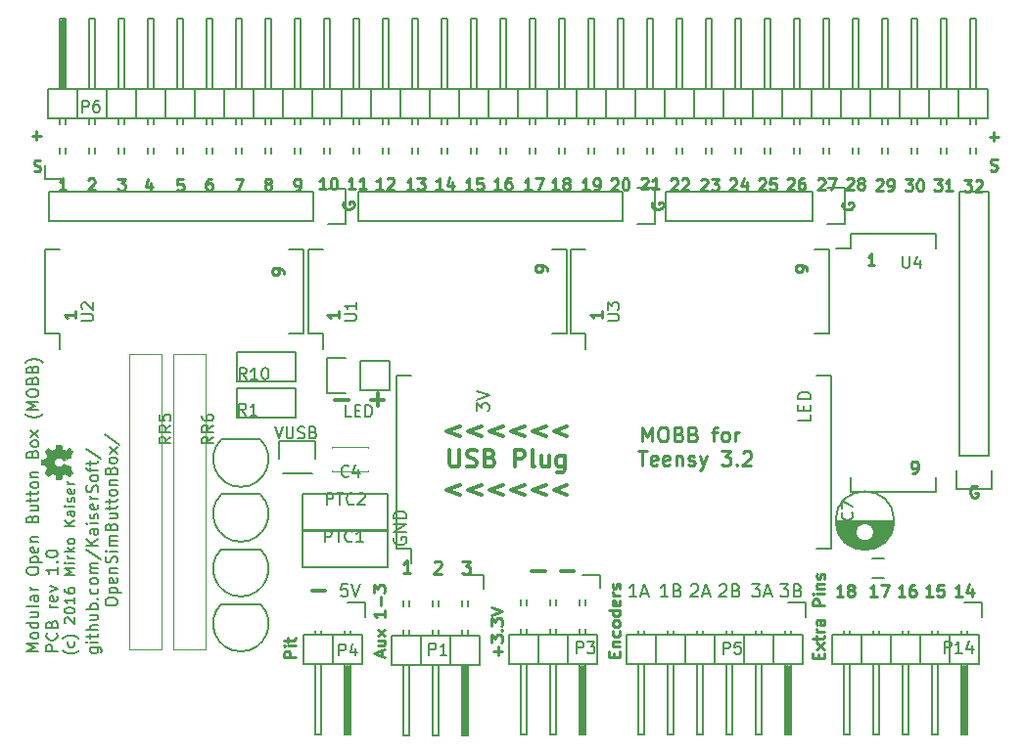
<source format=gto>
G04 #@! TF.FileFunction,Legend,Top*
%FSLAX46Y46*%
G04 Gerber Fmt 4.6, Leading zero omitted, Abs format (unit mm)*
G04 Created by KiCad (PCBNEW 4.0.4-stable) date 01/15/17 13:01:21*
%MOMM*%
%LPD*%
G01*
G04 APERTURE LIST*
%ADD10C,0.100000*%
%ADD11C,0.250000*%
%ADD12C,0.200000*%
%ADD13C,0.300000*%
%ADD14C,0.150000*%
%ADD15C,0.220000*%
%ADD16C,0.275000*%
%ADD17C,0.002540*%
%ADD18C,0.120000*%
G04 APERTURE END LIST*
D10*
D11*
X203843000Y-104767095D02*
X203795381Y-104862333D01*
X203795381Y-105005190D01*
X203843000Y-105148048D01*
X203938238Y-105243286D01*
X204033476Y-105290905D01*
X204223952Y-105338524D01*
X204366810Y-105338524D01*
X204557286Y-105290905D01*
X204652524Y-105243286D01*
X204747762Y-105148048D01*
X204795381Y-105005190D01*
X204795381Y-104909952D01*
X204747762Y-104767095D01*
X204700143Y-104719476D01*
X204366810Y-104719476D01*
X204366810Y-104909952D01*
X230575000Y-104788095D02*
X230527381Y-104883333D01*
X230527381Y-105026190D01*
X230575000Y-105169048D01*
X230670238Y-105264286D01*
X230765476Y-105311905D01*
X230955952Y-105359524D01*
X231098810Y-105359524D01*
X231289286Y-105311905D01*
X231384524Y-105264286D01*
X231479762Y-105169048D01*
X231527381Y-105026190D01*
X231527381Y-104930952D01*
X231479762Y-104788095D01*
X231432143Y-104740476D01*
X231098810Y-104740476D01*
X231098810Y-104930952D01*
D12*
X204525643Y-123324881D02*
X204049452Y-123324881D01*
X204049452Y-122324881D01*
X204858976Y-122801071D02*
X205192310Y-122801071D01*
X205335167Y-123324881D02*
X204858976Y-123324881D01*
X204858976Y-122324881D01*
X205335167Y-122324881D01*
X205763738Y-123324881D02*
X205763738Y-122324881D01*
X206001833Y-122324881D01*
X206144691Y-122372500D01*
X206239929Y-122467738D01*
X206287548Y-122562976D01*
X206335167Y-122753452D01*
X206335167Y-122896310D01*
X206287548Y-123086786D01*
X206239929Y-123182024D01*
X206144691Y-123277262D01*
X206001833Y-123324881D01*
X205763738Y-123324881D01*
D13*
X204254028Y-121849343D02*
X203111171Y-121849343D01*
X207378228Y-121849343D02*
X206235371Y-121849343D01*
X206806800Y-122420771D02*
X206806800Y-121277914D01*
D11*
X257365524Y-138882381D02*
X256794095Y-138882381D01*
X257079809Y-138882381D02*
X257079809Y-137882381D01*
X256984571Y-138025238D01*
X256889333Y-138120476D01*
X256794095Y-138168095D01*
X258222667Y-138215714D02*
X258222667Y-138882381D01*
X257984571Y-137834762D02*
X257746476Y-138549048D01*
X258365524Y-138549048D01*
X254825524Y-138882381D02*
X254254095Y-138882381D01*
X254539809Y-138882381D02*
X254539809Y-137882381D01*
X254444571Y-138025238D01*
X254349333Y-138120476D01*
X254254095Y-138168095D01*
X255730286Y-137882381D02*
X255254095Y-137882381D01*
X255206476Y-138358571D01*
X255254095Y-138310952D01*
X255349333Y-138263333D01*
X255587429Y-138263333D01*
X255682667Y-138310952D01*
X255730286Y-138358571D01*
X255777905Y-138453810D01*
X255777905Y-138691905D01*
X255730286Y-138787143D01*
X255682667Y-138834762D01*
X255587429Y-138882381D01*
X255349333Y-138882381D01*
X255254095Y-138834762D01*
X255206476Y-138787143D01*
X252412524Y-138882381D02*
X251841095Y-138882381D01*
X252126809Y-138882381D02*
X252126809Y-137882381D01*
X252031571Y-138025238D01*
X251936333Y-138120476D01*
X251841095Y-138168095D01*
X253269667Y-137882381D02*
X253079190Y-137882381D01*
X252983952Y-137930000D01*
X252936333Y-137977619D01*
X252841095Y-138120476D01*
X252793476Y-138310952D01*
X252793476Y-138691905D01*
X252841095Y-138787143D01*
X252888714Y-138834762D01*
X252983952Y-138882381D01*
X253174429Y-138882381D01*
X253269667Y-138834762D01*
X253317286Y-138787143D01*
X253364905Y-138691905D01*
X253364905Y-138453810D01*
X253317286Y-138358571D01*
X253269667Y-138310952D01*
X253174429Y-138263333D01*
X252983952Y-138263333D01*
X252888714Y-138310952D01*
X252841095Y-138358571D01*
X252793476Y-138453810D01*
X249999524Y-138882381D02*
X249428095Y-138882381D01*
X249713809Y-138882381D02*
X249713809Y-137882381D01*
X249618571Y-138025238D01*
X249523333Y-138120476D01*
X249428095Y-138168095D01*
X250332857Y-137882381D02*
X250999524Y-137882381D01*
X250570952Y-138882381D01*
X247078524Y-138882381D02*
X246507095Y-138882381D01*
X246792809Y-138882381D02*
X246792809Y-137882381D01*
X246697571Y-138025238D01*
X246602333Y-138120476D01*
X246507095Y-138168095D01*
X247649952Y-138310952D02*
X247554714Y-138263333D01*
X247507095Y-138215714D01*
X247459476Y-138120476D01*
X247459476Y-138072857D01*
X247507095Y-137977619D01*
X247554714Y-137930000D01*
X247649952Y-137882381D01*
X247840429Y-137882381D01*
X247935667Y-137930000D01*
X247983286Y-137977619D01*
X248030905Y-138072857D01*
X248030905Y-138120476D01*
X247983286Y-138215714D01*
X247935667Y-138263333D01*
X247840429Y-138310952D01*
X247649952Y-138310952D01*
X247554714Y-138358571D01*
X247507095Y-138406190D01*
X247459476Y-138501429D01*
X247459476Y-138691905D01*
X247507095Y-138787143D01*
X247554714Y-138834762D01*
X247649952Y-138882381D01*
X247840429Y-138882381D01*
X247935667Y-138834762D01*
X247983286Y-138787143D01*
X248030905Y-138691905D01*
X248030905Y-138501429D01*
X247983286Y-138406190D01*
X247935667Y-138358571D01*
X247840429Y-138310952D01*
X244928571Y-144242858D02*
X244928571Y-143909524D01*
X245452381Y-143766667D02*
X245452381Y-144242858D01*
X244452381Y-144242858D01*
X244452381Y-143766667D01*
X245452381Y-143433334D02*
X244785714Y-142909524D01*
X244785714Y-143433334D02*
X245452381Y-142909524D01*
X244785714Y-142671429D02*
X244785714Y-142290477D01*
X244452381Y-142528572D02*
X245309524Y-142528572D01*
X245404762Y-142480953D01*
X245452381Y-142385715D01*
X245452381Y-142290477D01*
X245452381Y-141957143D02*
X244785714Y-141957143D01*
X244976190Y-141957143D02*
X244880952Y-141909524D01*
X244833333Y-141861905D01*
X244785714Y-141766667D01*
X244785714Y-141671428D01*
X245452381Y-140909523D02*
X244928571Y-140909523D01*
X244833333Y-140957142D01*
X244785714Y-141052380D01*
X244785714Y-141242857D01*
X244833333Y-141338095D01*
X245404762Y-140909523D02*
X245452381Y-141004761D01*
X245452381Y-141242857D01*
X245404762Y-141338095D01*
X245309524Y-141385714D01*
X245214286Y-141385714D01*
X245119048Y-141338095D01*
X245071429Y-141242857D01*
X245071429Y-141004761D01*
X245023810Y-140909523D01*
X245452381Y-139671428D02*
X244452381Y-139671428D01*
X244452381Y-139290475D01*
X244500000Y-139195237D01*
X244547619Y-139147618D01*
X244642857Y-139099999D01*
X244785714Y-139099999D01*
X244880952Y-139147618D01*
X244928571Y-139195237D01*
X244976190Y-139290475D01*
X244976190Y-139671428D01*
X245452381Y-138671428D02*
X244785714Y-138671428D01*
X244452381Y-138671428D02*
X244500000Y-138719047D01*
X244547619Y-138671428D01*
X244500000Y-138623809D01*
X244452381Y-138671428D01*
X244547619Y-138671428D01*
X244785714Y-138195238D02*
X245452381Y-138195238D01*
X244880952Y-138195238D02*
X244833333Y-138147619D01*
X244785714Y-138052381D01*
X244785714Y-137909523D01*
X244833333Y-137814285D01*
X244928571Y-137766666D01*
X245452381Y-137766666D01*
X245404762Y-137338095D02*
X245452381Y-137242857D01*
X245452381Y-137052381D01*
X245404762Y-136957142D01*
X245309524Y-136909523D01*
X245261905Y-136909523D01*
X245166667Y-136957142D01*
X245119048Y-137052381D01*
X245119048Y-137195238D01*
X245071429Y-137290476D01*
X244976190Y-137338095D01*
X244928571Y-137338095D01*
X244833333Y-137290476D01*
X244785714Y-137195238D01*
X244785714Y-137052381D01*
X244833333Y-136957142D01*
X227258571Y-144112858D02*
X227258571Y-143779524D01*
X227782381Y-143636667D02*
X227782381Y-144112858D01*
X226782381Y-144112858D01*
X226782381Y-143636667D01*
X227115714Y-143208096D02*
X227782381Y-143208096D01*
X227210952Y-143208096D02*
X227163333Y-143160477D01*
X227115714Y-143065239D01*
X227115714Y-142922381D01*
X227163333Y-142827143D01*
X227258571Y-142779524D01*
X227782381Y-142779524D01*
X227734762Y-141874762D02*
X227782381Y-141970000D01*
X227782381Y-142160477D01*
X227734762Y-142255715D01*
X227687143Y-142303334D01*
X227591905Y-142350953D01*
X227306190Y-142350953D01*
X227210952Y-142303334D01*
X227163333Y-142255715D01*
X227115714Y-142160477D01*
X227115714Y-141970000D01*
X227163333Y-141874762D01*
X227782381Y-141303334D02*
X227734762Y-141398572D01*
X227687143Y-141446191D01*
X227591905Y-141493810D01*
X227306190Y-141493810D01*
X227210952Y-141446191D01*
X227163333Y-141398572D01*
X227115714Y-141303334D01*
X227115714Y-141160476D01*
X227163333Y-141065238D01*
X227210952Y-141017619D01*
X227306190Y-140970000D01*
X227591905Y-140970000D01*
X227687143Y-141017619D01*
X227734762Y-141065238D01*
X227782381Y-141160476D01*
X227782381Y-141303334D01*
X227782381Y-140112857D02*
X226782381Y-140112857D01*
X227734762Y-140112857D02*
X227782381Y-140208095D01*
X227782381Y-140398572D01*
X227734762Y-140493810D01*
X227687143Y-140541429D01*
X227591905Y-140589048D01*
X227306190Y-140589048D01*
X227210952Y-140541429D01*
X227163333Y-140493810D01*
X227115714Y-140398572D01*
X227115714Y-140208095D01*
X227163333Y-140112857D01*
X227734762Y-139255714D02*
X227782381Y-139350952D01*
X227782381Y-139541429D01*
X227734762Y-139636667D01*
X227639524Y-139684286D01*
X227258571Y-139684286D01*
X227163333Y-139636667D01*
X227115714Y-139541429D01*
X227115714Y-139350952D01*
X227163333Y-139255714D01*
X227258571Y-139208095D01*
X227353810Y-139208095D01*
X227449048Y-139684286D01*
X227782381Y-138779524D02*
X227115714Y-138779524D01*
X227306190Y-138779524D02*
X227210952Y-138731905D01*
X227163333Y-138684286D01*
X227115714Y-138589048D01*
X227115714Y-138493809D01*
X227734762Y-138208095D02*
X227782381Y-138112857D01*
X227782381Y-137922381D01*
X227734762Y-137827142D01*
X227639524Y-137779523D01*
X227591905Y-137779523D01*
X227496667Y-137827142D01*
X227449048Y-137922381D01*
X227449048Y-138065238D01*
X227401429Y-138160476D01*
X227306190Y-138208095D01*
X227258571Y-138208095D01*
X227163333Y-138160476D01*
X227115714Y-138065238D01*
X227115714Y-137922381D01*
X227163333Y-137827142D01*
X217241429Y-143986000D02*
X217241429Y-143224095D01*
X217622381Y-143605047D02*
X216860476Y-143605047D01*
X216622381Y-142843143D02*
X216622381Y-142224095D01*
X217003333Y-142557429D01*
X217003333Y-142414571D01*
X217050952Y-142319333D01*
X217098571Y-142271714D01*
X217193810Y-142224095D01*
X217431905Y-142224095D01*
X217527143Y-142271714D01*
X217574762Y-142319333D01*
X217622381Y-142414571D01*
X217622381Y-142700286D01*
X217574762Y-142795524D01*
X217527143Y-142843143D01*
X217527143Y-141795524D02*
X217574762Y-141747905D01*
X217622381Y-141795524D01*
X217574762Y-141843143D01*
X217527143Y-141795524D01*
X217622381Y-141795524D01*
X216622381Y-141414572D02*
X216622381Y-140795524D01*
X217003333Y-141128858D01*
X217003333Y-140986000D01*
X217050952Y-140890762D01*
X217098571Y-140843143D01*
X217193810Y-140795524D01*
X217431905Y-140795524D01*
X217527143Y-140843143D01*
X217574762Y-140890762D01*
X217622381Y-140986000D01*
X217622381Y-141271715D01*
X217574762Y-141366953D01*
X217527143Y-141414572D01*
X216622381Y-140509810D02*
X217622381Y-140176477D01*
X216622381Y-139843143D01*
X207176667Y-144017619D02*
X207176667Y-143541428D01*
X207462381Y-144112857D02*
X206462381Y-143779524D01*
X207462381Y-143446190D01*
X206795714Y-142684285D02*
X207462381Y-142684285D01*
X206795714Y-143112857D02*
X207319524Y-143112857D01*
X207414762Y-143065238D01*
X207462381Y-142970000D01*
X207462381Y-142827142D01*
X207414762Y-142731904D01*
X207367143Y-142684285D01*
X207462381Y-142303333D02*
X206795714Y-141779523D01*
X206795714Y-142303333D02*
X207462381Y-141779523D01*
X207462381Y-140112856D02*
X207462381Y-140684285D01*
X207462381Y-140398571D02*
X206462381Y-140398571D01*
X206605238Y-140493809D01*
X206700476Y-140589047D01*
X206748095Y-140684285D01*
X207081429Y-139684285D02*
X207081429Y-138922380D01*
X206462381Y-138541428D02*
X206462381Y-137922380D01*
X206843333Y-138255714D01*
X206843333Y-138112856D01*
X206890952Y-138017618D01*
X206938571Y-137969999D01*
X207033810Y-137922380D01*
X207271905Y-137922380D01*
X207367143Y-137969999D01*
X207414762Y-138017618D01*
X207462381Y-138112856D01*
X207462381Y-138398571D01*
X207414762Y-138493809D01*
X207367143Y-138541428D01*
X199715381Y-144168714D02*
X198715381Y-144168714D01*
X198715381Y-143787761D01*
X198763000Y-143692523D01*
X198810619Y-143644904D01*
X198905857Y-143597285D01*
X199048714Y-143597285D01*
X199143952Y-143644904D01*
X199191571Y-143692523D01*
X199239190Y-143787761D01*
X199239190Y-144168714D01*
X199715381Y-143168714D02*
X199048714Y-143168714D01*
X198715381Y-143168714D02*
X198763000Y-143216333D01*
X198810619Y-143168714D01*
X198763000Y-143121095D01*
X198715381Y-143168714D01*
X198810619Y-143168714D01*
X199048714Y-142835381D02*
X199048714Y-142454429D01*
X198715381Y-142692524D02*
X199572524Y-142692524D01*
X199667762Y-142644905D01*
X199715381Y-142549667D01*
X199715381Y-142454429D01*
X259814286Y-101979762D02*
X259957143Y-102027381D01*
X260195239Y-102027381D01*
X260290477Y-101979762D01*
X260338096Y-101932143D01*
X260385715Y-101836905D01*
X260385715Y-101741667D01*
X260338096Y-101646429D01*
X260290477Y-101598810D01*
X260195239Y-101551190D01*
X260004762Y-101503571D01*
X259909524Y-101455952D01*
X259861905Y-101408333D01*
X259814286Y-101313095D01*
X259814286Y-101217857D01*
X259861905Y-101122619D01*
X259909524Y-101075000D01*
X260004762Y-101027381D01*
X260242858Y-101027381D01*
X260385715Y-101075000D01*
X177089286Y-102054762D02*
X177232143Y-102102381D01*
X177470239Y-102102381D01*
X177565477Y-102054762D01*
X177613096Y-102007143D01*
X177660715Y-101911905D01*
X177660715Y-101816667D01*
X177613096Y-101721429D01*
X177565477Y-101673810D01*
X177470239Y-101626190D01*
X177279762Y-101578571D01*
X177184524Y-101530952D01*
X177136905Y-101483333D01*
X177089286Y-101388095D01*
X177089286Y-101292857D01*
X177136905Y-101197619D01*
X177184524Y-101150000D01*
X177279762Y-101102381D01*
X177517858Y-101102381D01*
X177660715Y-101150000D01*
X254940476Y-102777381D02*
X255559524Y-102777381D01*
X255226190Y-103158333D01*
X255369048Y-103158333D01*
X255464286Y-103205952D01*
X255511905Y-103253571D01*
X255559524Y-103348810D01*
X255559524Y-103586905D01*
X255511905Y-103682143D01*
X255464286Y-103729762D01*
X255369048Y-103777381D01*
X255083333Y-103777381D01*
X254988095Y-103729762D01*
X254940476Y-103682143D01*
X256511905Y-103777381D02*
X255940476Y-103777381D01*
X256226190Y-103777381D02*
X256226190Y-102777381D01*
X256130952Y-102920238D01*
X256035714Y-103015476D01*
X255940476Y-103063095D01*
X252440476Y-102777381D02*
X253059524Y-102777381D01*
X252726190Y-103158333D01*
X252869048Y-103158333D01*
X252964286Y-103205952D01*
X253011905Y-103253571D01*
X253059524Y-103348810D01*
X253059524Y-103586905D01*
X253011905Y-103682143D01*
X252964286Y-103729762D01*
X252869048Y-103777381D01*
X252583333Y-103777381D01*
X252488095Y-103729762D01*
X252440476Y-103682143D01*
X253678571Y-102777381D02*
X253773810Y-102777381D01*
X253869048Y-102825000D01*
X253916667Y-102872619D01*
X253964286Y-102967857D01*
X254011905Y-103158333D01*
X254011905Y-103396429D01*
X253964286Y-103586905D01*
X253916667Y-103682143D01*
X253869048Y-103729762D01*
X253773810Y-103777381D01*
X253678571Y-103777381D01*
X253583333Y-103729762D01*
X253535714Y-103682143D01*
X253488095Y-103586905D01*
X253440476Y-103396429D01*
X253440476Y-103158333D01*
X253488095Y-102967857D01*
X253535714Y-102872619D01*
X253583333Y-102825000D01*
X253678571Y-102777381D01*
X249938095Y-102847619D02*
X249985714Y-102800000D01*
X250080952Y-102752381D01*
X250319048Y-102752381D01*
X250414286Y-102800000D01*
X250461905Y-102847619D01*
X250509524Y-102942857D01*
X250509524Y-103038095D01*
X250461905Y-103180952D01*
X249890476Y-103752381D01*
X250509524Y-103752381D01*
X250985714Y-103752381D02*
X251176190Y-103752381D01*
X251271429Y-103704762D01*
X251319048Y-103657143D01*
X251414286Y-103514286D01*
X251461905Y-103323810D01*
X251461905Y-102942857D01*
X251414286Y-102847619D01*
X251366667Y-102800000D01*
X251271429Y-102752381D01*
X251080952Y-102752381D01*
X250985714Y-102800000D01*
X250938095Y-102847619D01*
X250890476Y-102942857D01*
X250890476Y-103180952D01*
X250938095Y-103276190D01*
X250985714Y-103323810D01*
X251080952Y-103371429D01*
X251271429Y-103371429D01*
X251366667Y-103323810D01*
X251414286Y-103276190D01*
X251461905Y-103180952D01*
X247388095Y-102772619D02*
X247435714Y-102725000D01*
X247530952Y-102677381D01*
X247769048Y-102677381D01*
X247864286Y-102725000D01*
X247911905Y-102772619D01*
X247959524Y-102867857D01*
X247959524Y-102963095D01*
X247911905Y-103105952D01*
X247340476Y-103677381D01*
X247959524Y-103677381D01*
X248530952Y-103105952D02*
X248435714Y-103058333D01*
X248388095Y-103010714D01*
X248340476Y-102915476D01*
X248340476Y-102867857D01*
X248388095Y-102772619D01*
X248435714Y-102725000D01*
X248530952Y-102677381D01*
X248721429Y-102677381D01*
X248816667Y-102725000D01*
X248864286Y-102772619D01*
X248911905Y-102867857D01*
X248911905Y-102915476D01*
X248864286Y-103010714D01*
X248816667Y-103058333D01*
X248721429Y-103105952D01*
X248530952Y-103105952D01*
X248435714Y-103153571D01*
X248388095Y-103201190D01*
X248340476Y-103296429D01*
X248340476Y-103486905D01*
X248388095Y-103582143D01*
X248435714Y-103629762D01*
X248530952Y-103677381D01*
X248721429Y-103677381D01*
X248816667Y-103629762D01*
X248864286Y-103582143D01*
X248911905Y-103486905D01*
X248911905Y-103296429D01*
X248864286Y-103201190D01*
X248816667Y-103153571D01*
X248721429Y-103105952D01*
X244913095Y-102797619D02*
X244960714Y-102750000D01*
X245055952Y-102702381D01*
X245294048Y-102702381D01*
X245389286Y-102750000D01*
X245436905Y-102797619D01*
X245484524Y-102892857D01*
X245484524Y-102988095D01*
X245436905Y-103130952D01*
X244865476Y-103702381D01*
X245484524Y-103702381D01*
X245817857Y-102702381D02*
X246484524Y-102702381D01*
X246055952Y-103702381D01*
X242263095Y-102772619D02*
X242310714Y-102725000D01*
X242405952Y-102677381D01*
X242644048Y-102677381D01*
X242739286Y-102725000D01*
X242786905Y-102772619D01*
X242834524Y-102867857D01*
X242834524Y-102963095D01*
X242786905Y-103105952D01*
X242215476Y-103677381D01*
X242834524Y-103677381D01*
X243691667Y-102677381D02*
X243501190Y-102677381D01*
X243405952Y-102725000D01*
X243358333Y-102772619D01*
X243263095Y-102915476D01*
X243215476Y-103105952D01*
X243215476Y-103486905D01*
X243263095Y-103582143D01*
X243310714Y-103629762D01*
X243405952Y-103677381D01*
X243596429Y-103677381D01*
X243691667Y-103629762D01*
X243739286Y-103582143D01*
X243786905Y-103486905D01*
X243786905Y-103248810D01*
X243739286Y-103153571D01*
X243691667Y-103105952D01*
X243596429Y-103058333D01*
X243405952Y-103058333D01*
X243310714Y-103105952D01*
X243263095Y-103153571D01*
X243215476Y-103248810D01*
X239788095Y-102797619D02*
X239835714Y-102750000D01*
X239930952Y-102702381D01*
X240169048Y-102702381D01*
X240264286Y-102750000D01*
X240311905Y-102797619D01*
X240359524Y-102892857D01*
X240359524Y-102988095D01*
X240311905Y-103130952D01*
X239740476Y-103702381D01*
X240359524Y-103702381D01*
X241264286Y-102702381D02*
X240788095Y-102702381D01*
X240740476Y-103178571D01*
X240788095Y-103130952D01*
X240883333Y-103083333D01*
X241121429Y-103083333D01*
X241216667Y-103130952D01*
X241264286Y-103178571D01*
X241311905Y-103273810D01*
X241311905Y-103511905D01*
X241264286Y-103607143D01*
X241216667Y-103654762D01*
X241121429Y-103702381D01*
X240883333Y-103702381D01*
X240788095Y-103654762D01*
X240740476Y-103607143D01*
X237288095Y-102797619D02*
X237335714Y-102750000D01*
X237430952Y-102702381D01*
X237669048Y-102702381D01*
X237764286Y-102750000D01*
X237811905Y-102797619D01*
X237859524Y-102892857D01*
X237859524Y-102988095D01*
X237811905Y-103130952D01*
X237240476Y-103702381D01*
X237859524Y-103702381D01*
X238716667Y-103035714D02*
X238716667Y-103702381D01*
X238478571Y-102654762D02*
X238240476Y-103369048D01*
X238859524Y-103369048D01*
X234763095Y-102847619D02*
X234810714Y-102800000D01*
X234905952Y-102752381D01*
X235144048Y-102752381D01*
X235239286Y-102800000D01*
X235286905Y-102847619D01*
X235334524Y-102942857D01*
X235334524Y-103038095D01*
X235286905Y-103180952D01*
X234715476Y-103752381D01*
X235334524Y-103752381D01*
X235667857Y-102752381D02*
X236286905Y-102752381D01*
X235953571Y-103133333D01*
X236096429Y-103133333D01*
X236191667Y-103180952D01*
X236239286Y-103228571D01*
X236286905Y-103323810D01*
X236286905Y-103561905D01*
X236239286Y-103657143D01*
X236191667Y-103704762D01*
X236096429Y-103752381D01*
X235810714Y-103752381D01*
X235715476Y-103704762D01*
X235667857Y-103657143D01*
X232188095Y-102797619D02*
X232235714Y-102750000D01*
X232330952Y-102702381D01*
X232569048Y-102702381D01*
X232664286Y-102750000D01*
X232711905Y-102797619D01*
X232759524Y-102892857D01*
X232759524Y-102988095D01*
X232711905Y-103130952D01*
X232140476Y-103702381D01*
X232759524Y-103702381D01*
X233140476Y-102797619D02*
X233188095Y-102750000D01*
X233283333Y-102702381D01*
X233521429Y-102702381D01*
X233616667Y-102750000D01*
X233664286Y-102797619D01*
X233711905Y-102892857D01*
X233711905Y-102988095D01*
X233664286Y-103130952D01*
X233092857Y-103702381D01*
X233711905Y-103702381D01*
X229613095Y-102722619D02*
X229660714Y-102675000D01*
X229755952Y-102627381D01*
X229994048Y-102627381D01*
X230089286Y-102675000D01*
X230136905Y-102722619D01*
X230184524Y-102817857D01*
X230184524Y-102913095D01*
X230136905Y-103055952D01*
X229565476Y-103627381D01*
X230184524Y-103627381D01*
X231136905Y-103627381D02*
X230565476Y-103627381D01*
X230851190Y-103627381D02*
X230851190Y-102627381D01*
X230755952Y-102770238D01*
X230660714Y-102865476D01*
X230565476Y-102913095D01*
X227013095Y-102797619D02*
X227060714Y-102750000D01*
X227155952Y-102702381D01*
X227394048Y-102702381D01*
X227489286Y-102750000D01*
X227536905Y-102797619D01*
X227584524Y-102892857D01*
X227584524Y-102988095D01*
X227536905Y-103130952D01*
X226965476Y-103702381D01*
X227584524Y-103702381D01*
X228203571Y-102702381D02*
X228298810Y-102702381D01*
X228394048Y-102750000D01*
X228441667Y-102797619D01*
X228489286Y-102892857D01*
X228536905Y-103083333D01*
X228536905Y-103321429D01*
X228489286Y-103511905D01*
X228441667Y-103607143D01*
X228394048Y-103654762D01*
X228298810Y-103702381D01*
X228203571Y-103702381D01*
X228108333Y-103654762D01*
X228060714Y-103607143D01*
X228013095Y-103511905D01*
X227965476Y-103321429D01*
X227965476Y-103083333D01*
X228013095Y-102892857D01*
X228060714Y-102797619D01*
X228108333Y-102750000D01*
X228203571Y-102702381D01*
X225109524Y-103702381D02*
X224538095Y-103702381D01*
X224823809Y-103702381D02*
X224823809Y-102702381D01*
X224728571Y-102845238D01*
X224633333Y-102940476D01*
X224538095Y-102988095D01*
X225585714Y-103702381D02*
X225776190Y-103702381D01*
X225871429Y-103654762D01*
X225919048Y-103607143D01*
X226014286Y-103464286D01*
X226061905Y-103273810D01*
X226061905Y-102892857D01*
X226014286Y-102797619D01*
X225966667Y-102750000D01*
X225871429Y-102702381D01*
X225680952Y-102702381D01*
X225585714Y-102750000D01*
X225538095Y-102797619D01*
X225490476Y-102892857D01*
X225490476Y-103130952D01*
X225538095Y-103226190D01*
X225585714Y-103273810D01*
X225680952Y-103321429D01*
X225871429Y-103321429D01*
X225966667Y-103273810D01*
X226014286Y-103226190D01*
X226061905Y-103130952D01*
X222484524Y-103677381D02*
X221913095Y-103677381D01*
X222198809Y-103677381D02*
X222198809Y-102677381D01*
X222103571Y-102820238D01*
X222008333Y-102915476D01*
X221913095Y-102963095D01*
X223055952Y-103105952D02*
X222960714Y-103058333D01*
X222913095Y-103010714D01*
X222865476Y-102915476D01*
X222865476Y-102867857D01*
X222913095Y-102772619D01*
X222960714Y-102725000D01*
X223055952Y-102677381D01*
X223246429Y-102677381D01*
X223341667Y-102725000D01*
X223389286Y-102772619D01*
X223436905Y-102867857D01*
X223436905Y-102915476D01*
X223389286Y-103010714D01*
X223341667Y-103058333D01*
X223246429Y-103105952D01*
X223055952Y-103105952D01*
X222960714Y-103153571D01*
X222913095Y-103201190D01*
X222865476Y-103296429D01*
X222865476Y-103486905D01*
X222913095Y-103582143D01*
X222960714Y-103629762D01*
X223055952Y-103677381D01*
X223246429Y-103677381D01*
X223341667Y-103629762D01*
X223389286Y-103582143D01*
X223436905Y-103486905D01*
X223436905Y-103296429D01*
X223389286Y-103201190D01*
X223341667Y-103153571D01*
X223246429Y-103105952D01*
X220109524Y-103702381D02*
X219538095Y-103702381D01*
X219823809Y-103702381D02*
X219823809Y-102702381D01*
X219728571Y-102845238D01*
X219633333Y-102940476D01*
X219538095Y-102988095D01*
X220442857Y-102702381D02*
X221109524Y-102702381D01*
X220680952Y-103702381D01*
X217459524Y-103652381D02*
X216888095Y-103652381D01*
X217173809Y-103652381D02*
X217173809Y-102652381D01*
X217078571Y-102795238D01*
X216983333Y-102890476D01*
X216888095Y-102938095D01*
X218316667Y-102652381D02*
X218126190Y-102652381D01*
X218030952Y-102700000D01*
X217983333Y-102747619D01*
X217888095Y-102890476D01*
X217840476Y-103080952D01*
X217840476Y-103461905D01*
X217888095Y-103557143D01*
X217935714Y-103604762D01*
X218030952Y-103652381D01*
X218221429Y-103652381D01*
X218316667Y-103604762D01*
X218364286Y-103557143D01*
X218411905Y-103461905D01*
X218411905Y-103223810D01*
X218364286Y-103128571D01*
X218316667Y-103080952D01*
X218221429Y-103033333D01*
X218030952Y-103033333D01*
X217935714Y-103080952D01*
X217888095Y-103128571D01*
X217840476Y-103223810D01*
X214984524Y-103677381D02*
X214413095Y-103677381D01*
X214698809Y-103677381D02*
X214698809Y-102677381D01*
X214603571Y-102820238D01*
X214508333Y-102915476D01*
X214413095Y-102963095D01*
X215889286Y-102677381D02*
X215413095Y-102677381D01*
X215365476Y-103153571D01*
X215413095Y-103105952D01*
X215508333Y-103058333D01*
X215746429Y-103058333D01*
X215841667Y-103105952D01*
X215889286Y-103153571D01*
X215936905Y-103248810D01*
X215936905Y-103486905D01*
X215889286Y-103582143D01*
X215841667Y-103629762D01*
X215746429Y-103677381D01*
X215508333Y-103677381D01*
X215413095Y-103629762D01*
X215365476Y-103582143D01*
X212434524Y-103652381D02*
X211863095Y-103652381D01*
X212148809Y-103652381D02*
X212148809Y-102652381D01*
X212053571Y-102795238D01*
X211958333Y-102890476D01*
X211863095Y-102938095D01*
X213291667Y-102985714D02*
X213291667Y-103652381D01*
X213053571Y-102604762D02*
X212815476Y-103319048D01*
X213434524Y-103319048D01*
X209909524Y-103677381D02*
X209338095Y-103677381D01*
X209623809Y-103677381D02*
X209623809Y-102677381D01*
X209528571Y-102820238D01*
X209433333Y-102915476D01*
X209338095Y-102963095D01*
X210242857Y-102677381D02*
X210861905Y-102677381D01*
X210528571Y-103058333D01*
X210671429Y-103058333D01*
X210766667Y-103105952D01*
X210814286Y-103153571D01*
X210861905Y-103248810D01*
X210861905Y-103486905D01*
X210814286Y-103582143D01*
X210766667Y-103629762D01*
X210671429Y-103677381D01*
X210385714Y-103677381D01*
X210290476Y-103629762D01*
X210242857Y-103582143D01*
X207259524Y-103652381D02*
X206688095Y-103652381D01*
X206973809Y-103652381D02*
X206973809Y-102652381D01*
X206878571Y-102795238D01*
X206783333Y-102890476D01*
X206688095Y-102938095D01*
X207640476Y-102747619D02*
X207688095Y-102700000D01*
X207783333Y-102652381D01*
X208021429Y-102652381D01*
X208116667Y-102700000D01*
X208164286Y-102747619D01*
X208211905Y-102842857D01*
X208211905Y-102938095D01*
X208164286Y-103080952D01*
X207592857Y-103652381D01*
X208211905Y-103652381D01*
X204859524Y-103627381D02*
X204288095Y-103627381D01*
X204573809Y-103627381D02*
X204573809Y-102627381D01*
X204478571Y-102770238D01*
X204383333Y-102865476D01*
X204288095Y-102913095D01*
X205811905Y-103627381D02*
X205240476Y-103627381D01*
X205526190Y-103627381D02*
X205526190Y-102627381D01*
X205430952Y-102770238D01*
X205335714Y-102865476D01*
X205240476Y-102913095D01*
X202359524Y-103627381D02*
X201788095Y-103627381D01*
X202073809Y-103627381D02*
X202073809Y-102627381D01*
X201978571Y-102770238D01*
X201883333Y-102865476D01*
X201788095Y-102913095D01*
X202978571Y-102627381D02*
X203073810Y-102627381D01*
X203169048Y-102675000D01*
X203216667Y-102722619D01*
X203264286Y-102817857D01*
X203311905Y-103008333D01*
X203311905Y-103246429D01*
X203264286Y-103436905D01*
X203216667Y-103532143D01*
X203169048Y-103579762D01*
X203073810Y-103627381D01*
X202978571Y-103627381D01*
X202883333Y-103579762D01*
X202835714Y-103532143D01*
X202788095Y-103436905D01*
X202740476Y-103246429D01*
X202740476Y-103008333D01*
X202788095Y-102817857D01*
X202835714Y-102722619D01*
X202883333Y-102675000D01*
X202978571Y-102627381D01*
X199684524Y-103727381D02*
X199875000Y-103727381D01*
X199970239Y-103679762D01*
X200017858Y-103632143D01*
X200113096Y-103489286D01*
X200160715Y-103298810D01*
X200160715Y-102917857D01*
X200113096Y-102822619D01*
X200065477Y-102775000D01*
X199970239Y-102727381D01*
X199779762Y-102727381D01*
X199684524Y-102775000D01*
X199636905Y-102822619D01*
X199589286Y-102917857D01*
X199589286Y-103155952D01*
X199636905Y-103251190D01*
X199684524Y-103298810D01*
X199779762Y-103346429D01*
X199970239Y-103346429D01*
X200065477Y-103298810D01*
X200113096Y-103251190D01*
X200160715Y-103155952D01*
X197254762Y-103155952D02*
X197159524Y-103108333D01*
X197111905Y-103060714D01*
X197064286Y-102965476D01*
X197064286Y-102917857D01*
X197111905Y-102822619D01*
X197159524Y-102775000D01*
X197254762Y-102727381D01*
X197445239Y-102727381D01*
X197540477Y-102775000D01*
X197588096Y-102822619D01*
X197635715Y-102917857D01*
X197635715Y-102965476D01*
X197588096Y-103060714D01*
X197540477Y-103108333D01*
X197445239Y-103155952D01*
X197254762Y-103155952D01*
X197159524Y-103203571D01*
X197111905Y-103251190D01*
X197064286Y-103346429D01*
X197064286Y-103536905D01*
X197111905Y-103632143D01*
X197159524Y-103679762D01*
X197254762Y-103727381D01*
X197445239Y-103727381D01*
X197540477Y-103679762D01*
X197588096Y-103632143D01*
X197635715Y-103536905D01*
X197635715Y-103346429D01*
X197588096Y-103251190D01*
X197540477Y-103203571D01*
X197445239Y-103155952D01*
X194516667Y-102752381D02*
X195183334Y-102752381D01*
X194754762Y-103752381D01*
X192440477Y-102727381D02*
X192250000Y-102727381D01*
X192154762Y-102775000D01*
X192107143Y-102822619D01*
X192011905Y-102965476D01*
X191964286Y-103155952D01*
X191964286Y-103536905D01*
X192011905Y-103632143D01*
X192059524Y-103679762D01*
X192154762Y-103727381D01*
X192345239Y-103727381D01*
X192440477Y-103679762D01*
X192488096Y-103632143D01*
X192535715Y-103536905D01*
X192535715Y-103298810D01*
X192488096Y-103203571D01*
X192440477Y-103155952D01*
X192345239Y-103108333D01*
X192154762Y-103108333D01*
X192059524Y-103155952D01*
X192011905Y-103203571D01*
X191964286Y-103298810D01*
X189988096Y-102752381D02*
X189511905Y-102752381D01*
X189464286Y-103228571D01*
X189511905Y-103180952D01*
X189607143Y-103133333D01*
X189845239Y-103133333D01*
X189940477Y-103180952D01*
X189988096Y-103228571D01*
X190035715Y-103323810D01*
X190035715Y-103561905D01*
X189988096Y-103657143D01*
X189940477Y-103704762D01*
X189845239Y-103752381D01*
X189607143Y-103752381D01*
X189511905Y-103704762D01*
X189464286Y-103657143D01*
X187215477Y-103085714D02*
X187215477Y-103752381D01*
X186977381Y-102704762D02*
X186739286Y-103419048D01*
X187358334Y-103419048D01*
X184341667Y-102727381D02*
X184960715Y-102727381D01*
X184627381Y-103108333D01*
X184770239Y-103108333D01*
X184865477Y-103155952D01*
X184913096Y-103203571D01*
X184960715Y-103298810D01*
X184960715Y-103536905D01*
X184913096Y-103632143D01*
X184865477Y-103679762D01*
X184770239Y-103727381D01*
X184484524Y-103727381D01*
X184389286Y-103679762D01*
X184341667Y-103632143D01*
X181789286Y-102797619D02*
X181836905Y-102750000D01*
X181932143Y-102702381D01*
X182170239Y-102702381D01*
X182265477Y-102750000D01*
X182313096Y-102797619D01*
X182360715Y-102892857D01*
X182360715Y-102988095D01*
X182313096Y-103130952D01*
X181741667Y-103702381D01*
X182360715Y-103702381D01*
D14*
X180963000Y-143559113D02*
X180920143Y-143601971D01*
X180791571Y-143687685D01*
X180705857Y-143730542D01*
X180577286Y-143773399D01*
X180363000Y-143816256D01*
X180191571Y-143816256D01*
X179977286Y-143773399D01*
X179848714Y-143730542D01*
X179763000Y-143687685D01*
X179634429Y-143601971D01*
X179591571Y-143559113D01*
X180577286Y-142830542D02*
X180620143Y-142916256D01*
X180620143Y-143087685D01*
X180577286Y-143173399D01*
X180534429Y-143216256D01*
X180448714Y-143259113D01*
X180191571Y-143259113D01*
X180105857Y-143216256D01*
X180063000Y-143173399D01*
X180020143Y-143087685D01*
X180020143Y-142916256D01*
X180063000Y-142830542D01*
X180963000Y-142530542D02*
X180920143Y-142487684D01*
X180791571Y-142401970D01*
X180705857Y-142359113D01*
X180577286Y-142316256D01*
X180363000Y-142273399D01*
X180191571Y-142273399D01*
X179977286Y-142316256D01*
X179848714Y-142359113D01*
X179763000Y-142401970D01*
X179634429Y-142487684D01*
X179591571Y-142530542D01*
X179805857Y-141201970D02*
X179763000Y-141159113D01*
X179720143Y-141073399D01*
X179720143Y-140859113D01*
X179763000Y-140773399D01*
X179805857Y-140730542D01*
X179891571Y-140687685D01*
X179977286Y-140687685D01*
X180105857Y-140730542D01*
X180620143Y-141244828D01*
X180620143Y-140687685D01*
X179720143Y-140130542D02*
X179720143Y-140044827D01*
X179763000Y-139959113D01*
X179805857Y-139916256D01*
X179891571Y-139873399D01*
X180063000Y-139830542D01*
X180277286Y-139830542D01*
X180448714Y-139873399D01*
X180534429Y-139916256D01*
X180577286Y-139959113D01*
X180620143Y-140044827D01*
X180620143Y-140130542D01*
X180577286Y-140216256D01*
X180534429Y-140259113D01*
X180448714Y-140301970D01*
X180277286Y-140344827D01*
X180063000Y-140344827D01*
X179891571Y-140301970D01*
X179805857Y-140259113D01*
X179763000Y-140216256D01*
X179720143Y-140130542D01*
X180620143Y-138973399D02*
X180620143Y-139487684D01*
X180620143Y-139230542D02*
X179720143Y-139230542D01*
X179848714Y-139316256D01*
X179934429Y-139401970D01*
X179977286Y-139487684D01*
X179720143Y-138201970D02*
X179720143Y-138373399D01*
X179763000Y-138459113D01*
X179805857Y-138501970D01*
X179934429Y-138587684D01*
X180105857Y-138630541D01*
X180448714Y-138630541D01*
X180534429Y-138587684D01*
X180577286Y-138544827D01*
X180620143Y-138459113D01*
X180620143Y-138287684D01*
X180577286Y-138201970D01*
X180534429Y-138159113D01*
X180448714Y-138116256D01*
X180234429Y-138116256D01*
X180148714Y-138159113D01*
X180105857Y-138201970D01*
X180063000Y-138287684D01*
X180063000Y-138459113D01*
X180105857Y-138544827D01*
X180148714Y-138587684D01*
X180234429Y-138630541D01*
X180620143Y-137044827D02*
X179720143Y-137044827D01*
X180363000Y-136744827D01*
X179720143Y-136444827D01*
X180620143Y-136444827D01*
X180620143Y-136016256D02*
X180020143Y-136016256D01*
X179720143Y-136016256D02*
X179763000Y-136059113D01*
X179805857Y-136016256D01*
X179763000Y-135973399D01*
X179720143Y-136016256D01*
X179805857Y-136016256D01*
X180620143Y-135587685D02*
X180020143Y-135587685D01*
X180191571Y-135587685D02*
X180105857Y-135544828D01*
X180063000Y-135501971D01*
X180020143Y-135416257D01*
X180020143Y-135330542D01*
X180620143Y-135030542D02*
X179720143Y-135030542D01*
X180277286Y-134944828D02*
X180620143Y-134687685D01*
X180020143Y-134687685D02*
X180363000Y-135030542D01*
X180620143Y-134173400D02*
X180577286Y-134259114D01*
X180534429Y-134301971D01*
X180448714Y-134344828D01*
X180191571Y-134344828D01*
X180105857Y-134301971D01*
X180063000Y-134259114D01*
X180020143Y-134173400D01*
X180020143Y-134044828D01*
X180063000Y-133959114D01*
X180105857Y-133916257D01*
X180191571Y-133873400D01*
X180448714Y-133873400D01*
X180534429Y-133916257D01*
X180577286Y-133959114D01*
X180620143Y-134044828D01*
X180620143Y-134173400D01*
X180620143Y-132801971D02*
X179720143Y-132801971D01*
X180620143Y-132287686D02*
X180105857Y-132673400D01*
X179720143Y-132287686D02*
X180234429Y-132801971D01*
X180620143Y-131516257D02*
X180148714Y-131516257D01*
X180063000Y-131559114D01*
X180020143Y-131644828D01*
X180020143Y-131816257D01*
X180063000Y-131901971D01*
X180577286Y-131516257D02*
X180620143Y-131601971D01*
X180620143Y-131816257D01*
X180577286Y-131901971D01*
X180491571Y-131944828D01*
X180405857Y-131944828D01*
X180320143Y-131901971D01*
X180277286Y-131816257D01*
X180277286Y-131601971D01*
X180234429Y-131516257D01*
X180620143Y-131087685D02*
X180020143Y-131087685D01*
X179720143Y-131087685D02*
X179763000Y-131130542D01*
X179805857Y-131087685D01*
X179763000Y-131044828D01*
X179720143Y-131087685D01*
X179805857Y-131087685D01*
X180577286Y-130701971D02*
X180620143Y-130616257D01*
X180620143Y-130444829D01*
X180577286Y-130359114D01*
X180491571Y-130316257D01*
X180448714Y-130316257D01*
X180363000Y-130359114D01*
X180320143Y-130444829D01*
X180320143Y-130573400D01*
X180277286Y-130659114D01*
X180191571Y-130701971D01*
X180148714Y-130701971D01*
X180063000Y-130659114D01*
X180020143Y-130573400D01*
X180020143Y-130444829D01*
X180063000Y-130359114D01*
X180577286Y-129587686D02*
X180620143Y-129673400D01*
X180620143Y-129844829D01*
X180577286Y-129930543D01*
X180491571Y-129973400D01*
X180148714Y-129973400D01*
X180063000Y-129930543D01*
X180020143Y-129844829D01*
X180020143Y-129673400D01*
X180063000Y-129587686D01*
X180148714Y-129544829D01*
X180234429Y-129544829D01*
X180320143Y-129973400D01*
X180620143Y-129159114D02*
X180020143Y-129159114D01*
X180191571Y-129159114D02*
X180105857Y-129116257D01*
X180063000Y-129073400D01*
X180020143Y-128987686D01*
X180020143Y-128901971D01*
D13*
X222628572Y-136707143D02*
X223771429Y-136707143D01*
X220128572Y-136707143D02*
X221271429Y-136707143D01*
D11*
X259719048Y-99096429D02*
X260480953Y-99096429D01*
X260100001Y-99477381D02*
X260100001Y-98715476D01*
X257540476Y-102827381D02*
X258159524Y-102827381D01*
X257826190Y-103208333D01*
X257969048Y-103208333D01*
X258064286Y-103255952D01*
X258111905Y-103303571D01*
X258159524Y-103398810D01*
X258159524Y-103636905D01*
X258111905Y-103732143D01*
X258064286Y-103779762D01*
X257969048Y-103827381D01*
X257683333Y-103827381D01*
X257588095Y-103779762D01*
X257540476Y-103732143D01*
X258540476Y-102922619D02*
X258588095Y-102875000D01*
X258683333Y-102827381D01*
X258921429Y-102827381D01*
X259016667Y-102875000D01*
X259064286Y-102922619D01*
X259111905Y-103017857D01*
X259111905Y-103113095D01*
X259064286Y-103255952D01*
X258492857Y-103827381D01*
X259111905Y-103827381D01*
X177321429Y-99380952D02*
X177321429Y-98619047D01*
X177702381Y-98999999D02*
X176940476Y-98999999D01*
X179860715Y-103677381D02*
X179289286Y-103677381D01*
X179575000Y-103677381D02*
X179575000Y-102677381D01*
X179479762Y-102820238D01*
X179384524Y-102915476D01*
X179289286Y-102963095D01*
X258643405Y-129357500D02*
X258548167Y-129309881D01*
X258405310Y-129309881D01*
X258262452Y-129357500D01*
X258167214Y-129452738D01*
X258119595Y-129547976D01*
X258071976Y-129738452D01*
X258071976Y-129881310D01*
X258119595Y-130071786D01*
X258167214Y-130167024D01*
X258262452Y-130262262D01*
X258405310Y-130309881D01*
X258500548Y-130309881D01*
X258643405Y-130262262D01*
X258691024Y-130214643D01*
X258691024Y-129881310D01*
X258500548Y-129881310D01*
X247023000Y-104830595D02*
X246975381Y-104925833D01*
X246975381Y-105068690D01*
X247023000Y-105211548D01*
X247118238Y-105306786D01*
X247213476Y-105354405D01*
X247403952Y-105402024D01*
X247546810Y-105402024D01*
X247737286Y-105354405D01*
X247832524Y-105306786D01*
X247927762Y-105211548D01*
X247975381Y-105068690D01*
X247975381Y-104973452D01*
X247927762Y-104830595D01*
X247880143Y-104782976D01*
X247546810Y-104782976D01*
X247546810Y-104973452D01*
X253059524Y-128202381D02*
X253250000Y-128202381D01*
X253345239Y-128154762D01*
X253392858Y-128107143D01*
X253488096Y-127964286D01*
X253535715Y-127773810D01*
X253535715Y-127392857D01*
X253488096Y-127297619D01*
X253440477Y-127250000D01*
X253345239Y-127202381D01*
X253154762Y-127202381D01*
X253059524Y-127250000D01*
X253011905Y-127297619D01*
X252964286Y-127392857D01*
X252964286Y-127630952D01*
X253011905Y-127726190D01*
X253059524Y-127773810D01*
X253154762Y-127821429D01*
X253345239Y-127821429D01*
X253440477Y-127773810D01*
X253488096Y-127726190D01*
X253535715Y-127630952D01*
X249785715Y-110202381D02*
X249214286Y-110202381D01*
X249500000Y-110202381D02*
X249500000Y-109202381D01*
X249404762Y-109345238D01*
X249309524Y-109440476D01*
X249214286Y-109488095D01*
X243952381Y-110690476D02*
X243952381Y-110500000D01*
X243904762Y-110404761D01*
X243857143Y-110357142D01*
X243714286Y-110261904D01*
X243523810Y-110214285D01*
X243142857Y-110214285D01*
X243047619Y-110261904D01*
X243000000Y-110309523D01*
X242952381Y-110404761D01*
X242952381Y-110595238D01*
X243000000Y-110690476D01*
X243047619Y-110738095D01*
X243142857Y-110785714D01*
X243380952Y-110785714D01*
X243476190Y-110738095D01*
X243523810Y-110690476D01*
X243571429Y-110595238D01*
X243571429Y-110404761D01*
X243523810Y-110309523D01*
X243476190Y-110261904D01*
X243380952Y-110214285D01*
X226202381Y-114214285D02*
X226202381Y-114785714D01*
X226202381Y-114500000D02*
X225202381Y-114500000D01*
X225345238Y-114595238D01*
X225440476Y-114690476D01*
X225488095Y-114785714D01*
X221452381Y-110690476D02*
X221452381Y-110500000D01*
X221404762Y-110404761D01*
X221357143Y-110357142D01*
X221214286Y-110261904D01*
X221023810Y-110214285D01*
X220642857Y-110214285D01*
X220547619Y-110261904D01*
X220500000Y-110309523D01*
X220452381Y-110404761D01*
X220452381Y-110595238D01*
X220500000Y-110690476D01*
X220547619Y-110738095D01*
X220642857Y-110785714D01*
X220880952Y-110785714D01*
X220976190Y-110738095D01*
X221023810Y-110690476D01*
X221071429Y-110595238D01*
X221071429Y-110404761D01*
X221023810Y-110309523D01*
X220976190Y-110261904D01*
X220880952Y-110214285D01*
X203452381Y-114214285D02*
X203452381Y-114785714D01*
X203452381Y-114500000D02*
X202452381Y-114500000D01*
X202595238Y-114595238D01*
X202690476Y-114690476D01*
X202738095Y-114785714D01*
X198702381Y-110940476D02*
X198702381Y-110750000D01*
X198654762Y-110654761D01*
X198607143Y-110607142D01*
X198464286Y-110511904D01*
X198273810Y-110464285D01*
X197892857Y-110464285D01*
X197797619Y-110511904D01*
X197750000Y-110559523D01*
X197702381Y-110654761D01*
X197702381Y-110845238D01*
X197750000Y-110940476D01*
X197797619Y-110988095D01*
X197892857Y-111035714D01*
X198130952Y-111035714D01*
X198226190Y-110988095D01*
X198273810Y-110940476D01*
X198321429Y-110845238D01*
X198321429Y-110654761D01*
X198273810Y-110559523D01*
X198226190Y-110511904D01*
X198130952Y-110464285D01*
X180702381Y-114214285D02*
X180702381Y-114785714D01*
X180702381Y-114500000D02*
X179702381Y-114500000D01*
X179845238Y-114595238D01*
X179940476Y-114690476D01*
X179988095Y-114785714D01*
D12*
X197916667Y-124202381D02*
X198250000Y-125202381D01*
X198583334Y-124202381D01*
X198916667Y-124202381D02*
X198916667Y-125011905D01*
X198964286Y-125107143D01*
X199011905Y-125154762D01*
X199107143Y-125202381D01*
X199297620Y-125202381D01*
X199392858Y-125154762D01*
X199440477Y-125107143D01*
X199488096Y-125011905D01*
X199488096Y-124202381D01*
X199916667Y-125154762D02*
X200059524Y-125202381D01*
X200297620Y-125202381D01*
X200392858Y-125154762D01*
X200440477Y-125107143D01*
X200488096Y-125011905D01*
X200488096Y-124916667D01*
X200440477Y-124821429D01*
X200392858Y-124773810D01*
X200297620Y-124726190D01*
X200107143Y-124678571D01*
X200011905Y-124630952D01*
X199964286Y-124583333D01*
X199916667Y-124488095D01*
X199916667Y-124392857D01*
X199964286Y-124297619D01*
X200011905Y-124250000D01*
X200107143Y-124202381D01*
X200345239Y-124202381D01*
X200488096Y-124250000D01*
X201250001Y-124678571D02*
X201392858Y-124726190D01*
X201440477Y-124773810D01*
X201488096Y-124869048D01*
X201488096Y-125011905D01*
X201440477Y-125107143D01*
X201392858Y-125154762D01*
X201297620Y-125202381D01*
X200916667Y-125202381D01*
X200916667Y-124202381D01*
X201250001Y-124202381D01*
X201345239Y-124250000D01*
X201392858Y-124297619D01*
X201440477Y-124392857D01*
X201440477Y-124488095D01*
X201392858Y-124583333D01*
X201345239Y-124630952D01*
X201250001Y-124678571D01*
X200916667Y-124678571D01*
D15*
X229716667Y-125467976D02*
X229716667Y-124217976D01*
X230133334Y-125110833D01*
X230550000Y-124217976D01*
X230550000Y-125467976D01*
X231383333Y-124217976D02*
X231621429Y-124217976D01*
X231740476Y-124277500D01*
X231859524Y-124396548D01*
X231919048Y-124634643D01*
X231919048Y-125051310D01*
X231859524Y-125289405D01*
X231740476Y-125408452D01*
X231621429Y-125467976D01*
X231383333Y-125467976D01*
X231264286Y-125408452D01*
X231145238Y-125289405D01*
X231085714Y-125051310D01*
X231085714Y-124634643D01*
X231145238Y-124396548D01*
X231264286Y-124277500D01*
X231383333Y-124217976D01*
X232871429Y-124813214D02*
X233050000Y-124872738D01*
X233109524Y-124932262D01*
X233169048Y-125051310D01*
X233169048Y-125229881D01*
X233109524Y-125348929D01*
X233050000Y-125408452D01*
X232930953Y-125467976D01*
X232454762Y-125467976D01*
X232454762Y-124217976D01*
X232871429Y-124217976D01*
X232990476Y-124277500D01*
X233050000Y-124337024D01*
X233109524Y-124456071D01*
X233109524Y-124575119D01*
X233050000Y-124694167D01*
X232990476Y-124753690D01*
X232871429Y-124813214D01*
X232454762Y-124813214D01*
X234121429Y-124813214D02*
X234300000Y-124872738D01*
X234359524Y-124932262D01*
X234419048Y-125051310D01*
X234419048Y-125229881D01*
X234359524Y-125348929D01*
X234300000Y-125408452D01*
X234180953Y-125467976D01*
X233704762Y-125467976D01*
X233704762Y-124217976D01*
X234121429Y-124217976D01*
X234240476Y-124277500D01*
X234300000Y-124337024D01*
X234359524Y-124456071D01*
X234359524Y-124575119D01*
X234300000Y-124694167D01*
X234240476Y-124753690D01*
X234121429Y-124813214D01*
X233704762Y-124813214D01*
X235728572Y-124634643D02*
X236204762Y-124634643D01*
X235907143Y-125467976D02*
X235907143Y-124396548D01*
X235966667Y-124277500D01*
X236085714Y-124217976D01*
X236204762Y-124217976D01*
X236800000Y-125467976D02*
X236680953Y-125408452D01*
X236621429Y-125348929D01*
X236561905Y-125229881D01*
X236561905Y-124872738D01*
X236621429Y-124753690D01*
X236680953Y-124694167D01*
X236800000Y-124634643D01*
X236978572Y-124634643D01*
X237097620Y-124694167D01*
X237157143Y-124753690D01*
X237216667Y-124872738D01*
X237216667Y-125229881D01*
X237157143Y-125348929D01*
X237097620Y-125408452D01*
X236978572Y-125467976D01*
X236800000Y-125467976D01*
X237752381Y-125467976D02*
X237752381Y-124634643D01*
X237752381Y-124872738D02*
X237811905Y-124753690D01*
X237871429Y-124694167D01*
X237990476Y-124634643D01*
X238109524Y-124634643D01*
X229359524Y-126312976D02*
X230073809Y-126312976D01*
X229716666Y-127562976D02*
X229716666Y-126312976D01*
X230966667Y-127503452D02*
X230847619Y-127562976D01*
X230609524Y-127562976D01*
X230490476Y-127503452D01*
X230430952Y-127384405D01*
X230430952Y-126908214D01*
X230490476Y-126789167D01*
X230609524Y-126729643D01*
X230847619Y-126729643D01*
X230966667Y-126789167D01*
X231026190Y-126908214D01*
X231026190Y-127027262D01*
X230430952Y-127146310D01*
X232038096Y-127503452D02*
X231919048Y-127562976D01*
X231680953Y-127562976D01*
X231561905Y-127503452D01*
X231502381Y-127384405D01*
X231502381Y-126908214D01*
X231561905Y-126789167D01*
X231680953Y-126729643D01*
X231919048Y-126729643D01*
X232038096Y-126789167D01*
X232097619Y-126908214D01*
X232097619Y-127027262D01*
X231502381Y-127146310D01*
X232633334Y-126729643D02*
X232633334Y-127562976D01*
X232633334Y-126848690D02*
X232692858Y-126789167D01*
X232811905Y-126729643D01*
X232990477Y-126729643D01*
X233109525Y-126789167D01*
X233169048Y-126908214D01*
X233169048Y-127562976D01*
X233704762Y-127503452D02*
X233823810Y-127562976D01*
X234061905Y-127562976D01*
X234180953Y-127503452D01*
X234240477Y-127384405D01*
X234240477Y-127324881D01*
X234180953Y-127205833D01*
X234061905Y-127146310D01*
X233883334Y-127146310D01*
X233764286Y-127086786D01*
X233704762Y-126967738D01*
X233704762Y-126908214D01*
X233764286Y-126789167D01*
X233883334Y-126729643D01*
X234061905Y-126729643D01*
X234180953Y-126789167D01*
X234657143Y-126729643D02*
X234954762Y-127562976D01*
X235252382Y-126729643D02*
X234954762Y-127562976D01*
X234835715Y-127860595D01*
X234776191Y-127920119D01*
X234657143Y-127979643D01*
X236561905Y-126312976D02*
X237335715Y-126312976D01*
X236919048Y-126789167D01*
X237097620Y-126789167D01*
X237216667Y-126848690D01*
X237276191Y-126908214D01*
X237335715Y-127027262D01*
X237335715Y-127324881D01*
X237276191Y-127443929D01*
X237216667Y-127503452D01*
X237097620Y-127562976D01*
X236740477Y-127562976D01*
X236621429Y-127503452D01*
X236561905Y-127443929D01*
X237871429Y-127443929D02*
X237930953Y-127503452D01*
X237871429Y-127562976D01*
X237811905Y-127503452D01*
X237871429Y-127443929D01*
X237871429Y-127562976D01*
X238407143Y-126432024D02*
X238466667Y-126372500D01*
X238585715Y-126312976D01*
X238883334Y-126312976D01*
X239002381Y-126372500D01*
X239061905Y-126432024D01*
X239121429Y-126551071D01*
X239121429Y-126670119D01*
X239061905Y-126848690D01*
X238347619Y-127562976D01*
X239121429Y-127562976D01*
D12*
X241653334Y-137827619D02*
X242334286Y-137827619D01*
X241967620Y-138246667D01*
X242124762Y-138246667D01*
X242229524Y-138299048D01*
X242281905Y-138351429D01*
X242334286Y-138456190D01*
X242334286Y-138718095D01*
X242281905Y-138822857D01*
X242229524Y-138875238D01*
X242124762Y-138927619D01*
X241810477Y-138927619D01*
X241705715Y-138875238D01*
X241653334Y-138822857D01*
X243172381Y-138351429D02*
X243329524Y-138403810D01*
X243381905Y-138456190D01*
X243434286Y-138560952D01*
X243434286Y-138718095D01*
X243381905Y-138822857D01*
X243329524Y-138875238D01*
X243224762Y-138927619D01*
X242805715Y-138927619D01*
X242805715Y-137827619D01*
X243172381Y-137827619D01*
X243277143Y-137880000D01*
X243329524Y-137932381D01*
X243381905Y-138037143D01*
X243381905Y-138141905D01*
X243329524Y-138246667D01*
X243277143Y-138299048D01*
X243172381Y-138351429D01*
X242805715Y-138351429D01*
X239191905Y-137827619D02*
X239872857Y-137827619D01*
X239506191Y-138246667D01*
X239663333Y-138246667D01*
X239768095Y-138299048D01*
X239820476Y-138351429D01*
X239872857Y-138456190D01*
X239872857Y-138718095D01*
X239820476Y-138822857D01*
X239768095Y-138875238D01*
X239663333Y-138927619D01*
X239349048Y-138927619D01*
X239244286Y-138875238D01*
X239191905Y-138822857D01*
X240291905Y-138613333D02*
X240815714Y-138613333D01*
X240187143Y-138927619D02*
X240553810Y-137827619D01*
X240920476Y-138927619D01*
X236371715Y-137932381D02*
X236424096Y-137880000D01*
X236528858Y-137827619D01*
X236790762Y-137827619D01*
X236895524Y-137880000D01*
X236947905Y-137932381D01*
X237000286Y-138037143D01*
X237000286Y-138141905D01*
X236947905Y-138299048D01*
X236319334Y-138927619D01*
X237000286Y-138927619D01*
X237838381Y-138351429D02*
X237995524Y-138403810D01*
X238047905Y-138456190D01*
X238100286Y-138560952D01*
X238100286Y-138718095D01*
X238047905Y-138822857D01*
X237995524Y-138875238D01*
X237890762Y-138927619D01*
X237471715Y-138927619D01*
X237471715Y-137827619D01*
X237838381Y-137827619D01*
X237943143Y-137880000D01*
X237995524Y-137932381D01*
X238047905Y-138037143D01*
X238047905Y-138141905D01*
X237995524Y-138246667D01*
X237943143Y-138299048D01*
X237838381Y-138351429D01*
X237471715Y-138351429D01*
X233910286Y-137932381D02*
X233962667Y-137880000D01*
X234067429Y-137827619D01*
X234329333Y-137827619D01*
X234434095Y-137880000D01*
X234486476Y-137932381D01*
X234538857Y-138037143D01*
X234538857Y-138141905D01*
X234486476Y-138299048D01*
X233857905Y-138927619D01*
X234538857Y-138927619D01*
X234957905Y-138613333D02*
X235481714Y-138613333D01*
X234853143Y-138927619D02*
X235219810Y-137827619D01*
X235586476Y-138927619D01*
X231920286Y-138927619D02*
X231291715Y-138927619D01*
X231606001Y-138927619D02*
X231606001Y-137827619D01*
X231501239Y-137984762D01*
X231396477Y-138089524D01*
X231291715Y-138141905D01*
X232758381Y-138351429D02*
X232915524Y-138403810D01*
X232967905Y-138456190D01*
X233020286Y-138560952D01*
X233020286Y-138718095D01*
X232967905Y-138822857D01*
X232915524Y-138875238D01*
X232810762Y-138927619D01*
X232391715Y-138927619D01*
X232391715Y-137827619D01*
X232758381Y-137827619D01*
X232863143Y-137880000D01*
X232915524Y-137932381D01*
X232967905Y-138037143D01*
X232967905Y-138141905D01*
X232915524Y-138246667D01*
X232863143Y-138299048D01*
X232758381Y-138351429D01*
X232391715Y-138351429D01*
X229204857Y-138927619D02*
X228576286Y-138927619D01*
X228890572Y-138927619D02*
X228890572Y-137827619D01*
X228785810Y-137984762D01*
X228681048Y-138089524D01*
X228576286Y-138141905D01*
X229623905Y-138613333D02*
X230147714Y-138613333D01*
X229519143Y-138927619D02*
X229885810Y-137827619D01*
X230252476Y-138927619D01*
D16*
X214133334Y-135847619D02*
X214814286Y-135847619D01*
X214447620Y-136266667D01*
X214604762Y-136266667D01*
X214709524Y-136319048D01*
X214761905Y-136371429D01*
X214814286Y-136476190D01*
X214814286Y-136738095D01*
X214761905Y-136842857D01*
X214709524Y-136895238D01*
X214604762Y-136947619D01*
X214290477Y-136947619D01*
X214185715Y-136895238D01*
X214133334Y-136842857D01*
X211710715Y-135927381D02*
X211763096Y-135875000D01*
X211867858Y-135822619D01*
X212129762Y-135822619D01*
X212234524Y-135875000D01*
X212286905Y-135927381D01*
X212339286Y-136032143D01*
X212339286Y-136136905D01*
X212286905Y-136294048D01*
X211658334Y-136922619D01*
X212339286Y-136922619D01*
X209664286Y-136897619D02*
X209035715Y-136897619D01*
X209350001Y-136897619D02*
X209350001Y-135797619D01*
X209245239Y-135954762D01*
X209140477Y-136059524D01*
X209035715Y-136111905D01*
D13*
X201128572Y-138407143D02*
X202271429Y-138407143D01*
D12*
X204190476Y-137797619D02*
X203666667Y-137797619D01*
X203614286Y-138321429D01*
X203666667Y-138269048D01*
X203771429Y-138216667D01*
X204033333Y-138216667D01*
X204138095Y-138269048D01*
X204190476Y-138321429D01*
X204242857Y-138426190D01*
X204242857Y-138688095D01*
X204190476Y-138792857D01*
X204138095Y-138845238D01*
X204033333Y-138897619D01*
X203771429Y-138897619D01*
X203666667Y-138845238D01*
X203614286Y-138792857D01*
X204557143Y-137797619D02*
X204923810Y-138897619D01*
X205290476Y-137797619D01*
X244272619Y-123157143D02*
X244272619Y-123680952D01*
X243172619Y-123680952D01*
X243696429Y-122790476D02*
X243696429Y-122423810D01*
X244272619Y-122266667D02*
X244272619Y-122790476D01*
X243172619Y-122790476D01*
X243172619Y-122266667D01*
X244272619Y-121795238D02*
X243172619Y-121795238D01*
X243172619Y-121533333D01*
X243225000Y-121376191D01*
X243329762Y-121271429D01*
X243434524Y-121219048D01*
X243644048Y-121166667D01*
X243801190Y-121166667D01*
X244010714Y-121219048D01*
X244115476Y-121271429D01*
X244220238Y-121376191D01*
X244272619Y-121533333D01*
X244272619Y-121795238D01*
X215347619Y-122838095D02*
X215347619Y-122157143D01*
X215766667Y-122523809D01*
X215766667Y-122366667D01*
X215819048Y-122261905D01*
X215871429Y-122209524D01*
X215976190Y-122157143D01*
X216238095Y-122157143D01*
X216342857Y-122209524D01*
X216395238Y-122261905D01*
X216447619Y-122366667D01*
X216447619Y-122680952D01*
X216395238Y-122785714D01*
X216342857Y-122838095D01*
X215347619Y-121842857D02*
X216447619Y-121476190D01*
X215347619Y-121109524D01*
X208270000Y-133808095D02*
X208217619Y-133912857D01*
X208217619Y-134070000D01*
X208270000Y-134227142D01*
X208374762Y-134331904D01*
X208479524Y-134384285D01*
X208689048Y-134436666D01*
X208846190Y-134436666D01*
X209055714Y-134384285D01*
X209160476Y-134331904D01*
X209265238Y-134227142D01*
X209317619Y-134070000D01*
X209317619Y-133965238D01*
X209265238Y-133808095D01*
X209212857Y-133755714D01*
X208846190Y-133755714D01*
X208846190Y-133965238D01*
X209317619Y-133284285D02*
X208217619Y-133284285D01*
X209317619Y-132655714D01*
X208217619Y-132655714D01*
X209317619Y-132131904D02*
X208217619Y-132131904D01*
X208217619Y-131869999D01*
X208270000Y-131712857D01*
X208374762Y-131608095D01*
X208479524Y-131555714D01*
X208689048Y-131503333D01*
X208846190Y-131503333D01*
X209055714Y-131555714D01*
X209160476Y-131608095D01*
X209265238Y-131712857D01*
X209317619Y-131869999D01*
X209317619Y-132131904D01*
D13*
X213928571Y-124128571D02*
X212785714Y-124557143D01*
X213928571Y-124985714D01*
X215785714Y-124128571D02*
X214642857Y-124557143D01*
X215785714Y-124985714D01*
X217642857Y-124128571D02*
X216500000Y-124557143D01*
X217642857Y-124985714D01*
X219500000Y-124128571D02*
X218357143Y-124557143D01*
X219500000Y-124985714D01*
X221357143Y-124128571D02*
X220214286Y-124557143D01*
X221357143Y-124985714D01*
X223214286Y-124128571D02*
X222071429Y-124557143D01*
X223214286Y-124985714D01*
X213035715Y-126178571D02*
X213035715Y-127392857D01*
X213107143Y-127535714D01*
X213178572Y-127607143D01*
X213321429Y-127678571D01*
X213607143Y-127678571D01*
X213750001Y-127607143D01*
X213821429Y-127535714D01*
X213892858Y-127392857D01*
X213892858Y-126178571D01*
X214535715Y-127607143D02*
X214750001Y-127678571D01*
X215107144Y-127678571D01*
X215250001Y-127607143D01*
X215321430Y-127535714D01*
X215392858Y-127392857D01*
X215392858Y-127250000D01*
X215321430Y-127107143D01*
X215250001Y-127035714D01*
X215107144Y-126964286D01*
X214821430Y-126892857D01*
X214678572Y-126821429D01*
X214607144Y-126750000D01*
X214535715Y-126607143D01*
X214535715Y-126464286D01*
X214607144Y-126321429D01*
X214678572Y-126250000D01*
X214821430Y-126178571D01*
X215178572Y-126178571D01*
X215392858Y-126250000D01*
X216535715Y-126892857D02*
X216750001Y-126964286D01*
X216821429Y-127035714D01*
X216892858Y-127178571D01*
X216892858Y-127392857D01*
X216821429Y-127535714D01*
X216750001Y-127607143D01*
X216607143Y-127678571D01*
X216035715Y-127678571D01*
X216035715Y-126178571D01*
X216535715Y-126178571D01*
X216678572Y-126250000D01*
X216750001Y-126321429D01*
X216821429Y-126464286D01*
X216821429Y-126607143D01*
X216750001Y-126750000D01*
X216678572Y-126821429D01*
X216535715Y-126892857D01*
X216035715Y-126892857D01*
X218678572Y-127678571D02*
X218678572Y-126178571D01*
X219250000Y-126178571D01*
X219392858Y-126250000D01*
X219464286Y-126321429D01*
X219535715Y-126464286D01*
X219535715Y-126678571D01*
X219464286Y-126821429D01*
X219392858Y-126892857D01*
X219250000Y-126964286D01*
X218678572Y-126964286D01*
X220392858Y-127678571D02*
X220250000Y-127607143D01*
X220178572Y-127464286D01*
X220178572Y-126178571D01*
X221607143Y-126678571D02*
X221607143Y-127678571D01*
X220964286Y-126678571D02*
X220964286Y-127464286D01*
X221035714Y-127607143D01*
X221178572Y-127678571D01*
X221392857Y-127678571D01*
X221535714Y-127607143D01*
X221607143Y-127535714D01*
X222964286Y-126678571D02*
X222964286Y-127892857D01*
X222892857Y-128035714D01*
X222821429Y-128107143D01*
X222678572Y-128178571D01*
X222464286Y-128178571D01*
X222321429Y-128107143D01*
X222964286Y-127607143D02*
X222821429Y-127678571D01*
X222535715Y-127678571D01*
X222392857Y-127607143D01*
X222321429Y-127535714D01*
X222250000Y-127392857D01*
X222250000Y-126964286D01*
X222321429Y-126821429D01*
X222392857Y-126750000D01*
X222535715Y-126678571D01*
X222821429Y-126678571D01*
X222964286Y-126750000D01*
X213928571Y-129228571D02*
X212785714Y-129657143D01*
X213928571Y-130085714D01*
X215785714Y-129228571D02*
X214642857Y-129657143D01*
X215785714Y-130085714D01*
X217642857Y-129228571D02*
X216500000Y-129657143D01*
X217642857Y-130085714D01*
X219500000Y-129228571D02*
X218357143Y-129657143D01*
X219500000Y-130085714D01*
X221357143Y-129228571D02*
X220214286Y-129657143D01*
X221357143Y-130085714D01*
X223214286Y-129228571D02*
X222071429Y-129657143D01*
X223214286Y-130085714D01*
D14*
X181960714Y-143333333D02*
X182770238Y-143333333D01*
X182865476Y-143380952D01*
X182913095Y-143428571D01*
X182960714Y-143523810D01*
X182960714Y-143666667D01*
X182913095Y-143761905D01*
X182579762Y-143333333D02*
X182627381Y-143428571D01*
X182627381Y-143619048D01*
X182579762Y-143714286D01*
X182532143Y-143761905D01*
X182436905Y-143809524D01*
X182151190Y-143809524D01*
X182055952Y-143761905D01*
X182008333Y-143714286D01*
X181960714Y-143619048D01*
X181960714Y-143428571D01*
X182008333Y-143333333D01*
X182627381Y-142857143D02*
X181960714Y-142857143D01*
X181627381Y-142857143D02*
X181675000Y-142904762D01*
X181722619Y-142857143D01*
X181675000Y-142809524D01*
X181627381Y-142857143D01*
X181722619Y-142857143D01*
X181960714Y-142523810D02*
X181960714Y-142142858D01*
X181627381Y-142380953D02*
X182484524Y-142380953D01*
X182579762Y-142333334D01*
X182627381Y-142238096D01*
X182627381Y-142142858D01*
X182627381Y-141809524D02*
X181627381Y-141809524D01*
X182627381Y-141380952D02*
X182103571Y-141380952D01*
X182008333Y-141428571D01*
X181960714Y-141523809D01*
X181960714Y-141666667D01*
X182008333Y-141761905D01*
X182055952Y-141809524D01*
X181960714Y-140476190D02*
X182627381Y-140476190D01*
X181960714Y-140904762D02*
X182484524Y-140904762D01*
X182579762Y-140857143D01*
X182627381Y-140761905D01*
X182627381Y-140619047D01*
X182579762Y-140523809D01*
X182532143Y-140476190D01*
X182627381Y-140000000D02*
X181627381Y-140000000D01*
X182008333Y-140000000D02*
X181960714Y-139904762D01*
X181960714Y-139714285D01*
X182008333Y-139619047D01*
X182055952Y-139571428D01*
X182151190Y-139523809D01*
X182436905Y-139523809D01*
X182532143Y-139571428D01*
X182579762Y-139619047D01*
X182627381Y-139714285D01*
X182627381Y-139904762D01*
X182579762Y-140000000D01*
X182532143Y-139095238D02*
X182579762Y-139047619D01*
X182627381Y-139095238D01*
X182579762Y-139142857D01*
X182532143Y-139095238D01*
X182627381Y-139095238D01*
X182579762Y-138190476D02*
X182627381Y-138285714D01*
X182627381Y-138476191D01*
X182579762Y-138571429D01*
X182532143Y-138619048D01*
X182436905Y-138666667D01*
X182151190Y-138666667D01*
X182055952Y-138619048D01*
X182008333Y-138571429D01*
X181960714Y-138476191D01*
X181960714Y-138285714D01*
X182008333Y-138190476D01*
X182627381Y-137619048D02*
X182579762Y-137714286D01*
X182532143Y-137761905D01*
X182436905Y-137809524D01*
X182151190Y-137809524D01*
X182055952Y-137761905D01*
X182008333Y-137714286D01*
X181960714Y-137619048D01*
X181960714Y-137476190D01*
X182008333Y-137380952D01*
X182055952Y-137333333D01*
X182151190Y-137285714D01*
X182436905Y-137285714D01*
X182532143Y-137333333D01*
X182579762Y-137380952D01*
X182627381Y-137476190D01*
X182627381Y-137619048D01*
X182627381Y-136857143D02*
X181960714Y-136857143D01*
X182055952Y-136857143D02*
X182008333Y-136809524D01*
X181960714Y-136714286D01*
X181960714Y-136571428D01*
X182008333Y-136476190D01*
X182103571Y-136428571D01*
X182627381Y-136428571D01*
X182103571Y-136428571D02*
X182008333Y-136380952D01*
X181960714Y-136285714D01*
X181960714Y-136142857D01*
X182008333Y-136047619D01*
X182103571Y-136000000D01*
X182627381Y-136000000D01*
X181579762Y-134809524D02*
X182865476Y-135666667D01*
X182627381Y-134476191D02*
X181627381Y-134476191D01*
X182627381Y-133904762D02*
X182055952Y-134333334D01*
X181627381Y-133904762D02*
X182198810Y-134476191D01*
X182627381Y-133047619D02*
X182103571Y-133047619D01*
X182008333Y-133095238D01*
X181960714Y-133190476D01*
X181960714Y-133380953D01*
X182008333Y-133476191D01*
X182579762Y-133047619D02*
X182627381Y-133142857D01*
X182627381Y-133380953D01*
X182579762Y-133476191D01*
X182484524Y-133523810D01*
X182389286Y-133523810D01*
X182294048Y-133476191D01*
X182246429Y-133380953D01*
X182246429Y-133142857D01*
X182198810Y-133047619D01*
X182627381Y-132571429D02*
X181960714Y-132571429D01*
X181627381Y-132571429D02*
X181675000Y-132619048D01*
X181722619Y-132571429D01*
X181675000Y-132523810D01*
X181627381Y-132571429D01*
X181722619Y-132571429D01*
X182579762Y-132142858D02*
X182627381Y-132047620D01*
X182627381Y-131857144D01*
X182579762Y-131761905D01*
X182484524Y-131714286D01*
X182436905Y-131714286D01*
X182341667Y-131761905D01*
X182294048Y-131857144D01*
X182294048Y-132000001D01*
X182246429Y-132095239D01*
X182151190Y-132142858D01*
X182103571Y-132142858D01*
X182008333Y-132095239D01*
X181960714Y-132000001D01*
X181960714Y-131857144D01*
X182008333Y-131761905D01*
X182579762Y-130904762D02*
X182627381Y-131000000D01*
X182627381Y-131190477D01*
X182579762Y-131285715D01*
X182484524Y-131333334D01*
X182103571Y-131333334D01*
X182008333Y-131285715D01*
X181960714Y-131190477D01*
X181960714Y-131000000D01*
X182008333Y-130904762D01*
X182103571Y-130857143D01*
X182198810Y-130857143D01*
X182294048Y-131333334D01*
X182627381Y-130428572D02*
X181960714Y-130428572D01*
X182151190Y-130428572D02*
X182055952Y-130380953D01*
X182008333Y-130333334D01*
X181960714Y-130238096D01*
X181960714Y-130142857D01*
X182579762Y-129857143D02*
X182627381Y-129714286D01*
X182627381Y-129476190D01*
X182579762Y-129380952D01*
X182532143Y-129333333D01*
X182436905Y-129285714D01*
X182341667Y-129285714D01*
X182246429Y-129333333D01*
X182198810Y-129380952D01*
X182151190Y-129476190D01*
X182103571Y-129666667D01*
X182055952Y-129761905D01*
X182008333Y-129809524D01*
X181913095Y-129857143D01*
X181817857Y-129857143D01*
X181722619Y-129809524D01*
X181675000Y-129761905D01*
X181627381Y-129666667D01*
X181627381Y-129428571D01*
X181675000Y-129285714D01*
X182627381Y-128714286D02*
X182579762Y-128809524D01*
X182532143Y-128857143D01*
X182436905Y-128904762D01*
X182151190Y-128904762D01*
X182055952Y-128857143D01*
X182008333Y-128809524D01*
X181960714Y-128714286D01*
X181960714Y-128571428D01*
X182008333Y-128476190D01*
X182055952Y-128428571D01*
X182151190Y-128380952D01*
X182436905Y-128380952D01*
X182532143Y-128428571D01*
X182579762Y-128476190D01*
X182627381Y-128571428D01*
X182627381Y-128714286D01*
X181960714Y-128095238D02*
X181960714Y-127714286D01*
X182627381Y-127952381D02*
X181770238Y-127952381D01*
X181675000Y-127904762D01*
X181627381Y-127809524D01*
X181627381Y-127714286D01*
X181960714Y-127523809D02*
X181960714Y-127142857D01*
X181627381Y-127380952D02*
X182484524Y-127380952D01*
X182579762Y-127333333D01*
X182627381Y-127238095D01*
X182627381Y-127142857D01*
X181579762Y-126095237D02*
X182865476Y-126952380D01*
X183277381Y-139452381D02*
X183277381Y-139261904D01*
X183325000Y-139166666D01*
X183420238Y-139071428D01*
X183610714Y-139023809D01*
X183944048Y-139023809D01*
X184134524Y-139071428D01*
X184229762Y-139166666D01*
X184277381Y-139261904D01*
X184277381Y-139452381D01*
X184229762Y-139547619D01*
X184134524Y-139642857D01*
X183944048Y-139690476D01*
X183610714Y-139690476D01*
X183420238Y-139642857D01*
X183325000Y-139547619D01*
X183277381Y-139452381D01*
X183610714Y-138595238D02*
X184610714Y-138595238D01*
X183658333Y-138595238D02*
X183610714Y-138500000D01*
X183610714Y-138309523D01*
X183658333Y-138214285D01*
X183705952Y-138166666D01*
X183801190Y-138119047D01*
X184086905Y-138119047D01*
X184182143Y-138166666D01*
X184229762Y-138214285D01*
X184277381Y-138309523D01*
X184277381Y-138500000D01*
X184229762Y-138595238D01*
X184229762Y-137309523D02*
X184277381Y-137404761D01*
X184277381Y-137595238D01*
X184229762Y-137690476D01*
X184134524Y-137738095D01*
X183753571Y-137738095D01*
X183658333Y-137690476D01*
X183610714Y-137595238D01*
X183610714Y-137404761D01*
X183658333Y-137309523D01*
X183753571Y-137261904D01*
X183848810Y-137261904D01*
X183944048Y-137738095D01*
X183610714Y-136833333D02*
X184277381Y-136833333D01*
X183705952Y-136833333D02*
X183658333Y-136785714D01*
X183610714Y-136690476D01*
X183610714Y-136547618D01*
X183658333Y-136452380D01*
X183753571Y-136404761D01*
X184277381Y-136404761D01*
X184229762Y-135976190D02*
X184277381Y-135833333D01*
X184277381Y-135595237D01*
X184229762Y-135499999D01*
X184182143Y-135452380D01*
X184086905Y-135404761D01*
X183991667Y-135404761D01*
X183896429Y-135452380D01*
X183848810Y-135499999D01*
X183801190Y-135595237D01*
X183753571Y-135785714D01*
X183705952Y-135880952D01*
X183658333Y-135928571D01*
X183563095Y-135976190D01*
X183467857Y-135976190D01*
X183372619Y-135928571D01*
X183325000Y-135880952D01*
X183277381Y-135785714D01*
X183277381Y-135547618D01*
X183325000Y-135404761D01*
X184277381Y-134976190D02*
X183610714Y-134976190D01*
X183277381Y-134976190D02*
X183325000Y-135023809D01*
X183372619Y-134976190D01*
X183325000Y-134928571D01*
X183277381Y-134976190D01*
X183372619Y-134976190D01*
X184277381Y-134500000D02*
X183610714Y-134500000D01*
X183705952Y-134500000D02*
X183658333Y-134452381D01*
X183610714Y-134357143D01*
X183610714Y-134214285D01*
X183658333Y-134119047D01*
X183753571Y-134071428D01*
X184277381Y-134071428D01*
X183753571Y-134071428D02*
X183658333Y-134023809D01*
X183610714Y-133928571D01*
X183610714Y-133785714D01*
X183658333Y-133690476D01*
X183753571Y-133642857D01*
X184277381Y-133642857D01*
X183753571Y-132833333D02*
X183801190Y-132690476D01*
X183848810Y-132642857D01*
X183944048Y-132595238D01*
X184086905Y-132595238D01*
X184182143Y-132642857D01*
X184229762Y-132690476D01*
X184277381Y-132785714D01*
X184277381Y-133166667D01*
X183277381Y-133166667D01*
X183277381Y-132833333D01*
X183325000Y-132738095D01*
X183372619Y-132690476D01*
X183467857Y-132642857D01*
X183563095Y-132642857D01*
X183658333Y-132690476D01*
X183705952Y-132738095D01*
X183753571Y-132833333D01*
X183753571Y-133166667D01*
X183610714Y-131738095D02*
X184277381Y-131738095D01*
X183610714Y-132166667D02*
X184134524Y-132166667D01*
X184229762Y-132119048D01*
X184277381Y-132023810D01*
X184277381Y-131880952D01*
X184229762Y-131785714D01*
X184182143Y-131738095D01*
X183610714Y-131404762D02*
X183610714Y-131023810D01*
X183277381Y-131261905D02*
X184134524Y-131261905D01*
X184229762Y-131214286D01*
X184277381Y-131119048D01*
X184277381Y-131023810D01*
X183610714Y-130833333D02*
X183610714Y-130452381D01*
X183277381Y-130690476D02*
X184134524Y-130690476D01*
X184229762Y-130642857D01*
X184277381Y-130547619D01*
X184277381Y-130452381D01*
X184277381Y-129976190D02*
X184229762Y-130071428D01*
X184182143Y-130119047D01*
X184086905Y-130166666D01*
X183801190Y-130166666D01*
X183705952Y-130119047D01*
X183658333Y-130071428D01*
X183610714Y-129976190D01*
X183610714Y-129833332D01*
X183658333Y-129738094D01*
X183705952Y-129690475D01*
X183801190Y-129642856D01*
X184086905Y-129642856D01*
X184182143Y-129690475D01*
X184229762Y-129738094D01*
X184277381Y-129833332D01*
X184277381Y-129976190D01*
X183610714Y-129214285D02*
X184277381Y-129214285D01*
X183705952Y-129214285D02*
X183658333Y-129166666D01*
X183610714Y-129071428D01*
X183610714Y-128928570D01*
X183658333Y-128833332D01*
X183753571Y-128785713D01*
X184277381Y-128785713D01*
X183753571Y-127976189D02*
X183801190Y-127833332D01*
X183848810Y-127785713D01*
X183944048Y-127738094D01*
X184086905Y-127738094D01*
X184182143Y-127785713D01*
X184229762Y-127833332D01*
X184277381Y-127928570D01*
X184277381Y-128309523D01*
X183277381Y-128309523D01*
X183277381Y-127976189D01*
X183325000Y-127880951D01*
X183372619Y-127833332D01*
X183467857Y-127785713D01*
X183563095Y-127785713D01*
X183658333Y-127833332D01*
X183705952Y-127880951D01*
X183753571Y-127976189D01*
X183753571Y-128309523D01*
X184277381Y-127166666D02*
X184229762Y-127261904D01*
X184182143Y-127309523D01*
X184086905Y-127357142D01*
X183801190Y-127357142D01*
X183705952Y-127309523D01*
X183658333Y-127261904D01*
X183610714Y-127166666D01*
X183610714Y-127023808D01*
X183658333Y-126928570D01*
X183705952Y-126880951D01*
X183801190Y-126833332D01*
X184086905Y-126833332D01*
X184182143Y-126880951D01*
X184229762Y-126928570D01*
X184277381Y-127023808D01*
X184277381Y-127166666D01*
X184277381Y-126499999D02*
X183610714Y-125976189D01*
X183610714Y-126499999D02*
X184277381Y-125976189D01*
X183229762Y-124880951D02*
X184515476Y-125738094D01*
X177478181Y-143627505D02*
X176478181Y-143627505D01*
X177192467Y-143294171D01*
X176478181Y-142960838D01*
X177478181Y-142960838D01*
X177478181Y-142341791D02*
X177430562Y-142437029D01*
X177382943Y-142484648D01*
X177287705Y-142532267D01*
X177001990Y-142532267D01*
X176906752Y-142484648D01*
X176859133Y-142437029D01*
X176811514Y-142341791D01*
X176811514Y-142198933D01*
X176859133Y-142103695D01*
X176906752Y-142056076D01*
X177001990Y-142008457D01*
X177287705Y-142008457D01*
X177382943Y-142056076D01*
X177430562Y-142103695D01*
X177478181Y-142198933D01*
X177478181Y-142341791D01*
X177478181Y-141151314D02*
X176478181Y-141151314D01*
X177430562Y-141151314D02*
X177478181Y-141246552D01*
X177478181Y-141437029D01*
X177430562Y-141532267D01*
X177382943Y-141579886D01*
X177287705Y-141627505D01*
X177001990Y-141627505D01*
X176906752Y-141579886D01*
X176859133Y-141532267D01*
X176811514Y-141437029D01*
X176811514Y-141246552D01*
X176859133Y-141151314D01*
X176811514Y-140246552D02*
X177478181Y-140246552D01*
X176811514Y-140675124D02*
X177335324Y-140675124D01*
X177430562Y-140627505D01*
X177478181Y-140532267D01*
X177478181Y-140389409D01*
X177430562Y-140294171D01*
X177382943Y-140246552D01*
X177478181Y-139627505D02*
X177430562Y-139722743D01*
X177335324Y-139770362D01*
X176478181Y-139770362D01*
X177478181Y-138817980D02*
X176954371Y-138817980D01*
X176859133Y-138865599D01*
X176811514Y-138960837D01*
X176811514Y-139151314D01*
X176859133Y-139246552D01*
X177430562Y-138817980D02*
X177478181Y-138913218D01*
X177478181Y-139151314D01*
X177430562Y-139246552D01*
X177335324Y-139294171D01*
X177240086Y-139294171D01*
X177144848Y-139246552D01*
X177097229Y-139151314D01*
X177097229Y-138913218D01*
X177049610Y-138817980D01*
X177478181Y-138341790D02*
X176811514Y-138341790D01*
X177001990Y-138341790D02*
X176906752Y-138294171D01*
X176859133Y-138246552D01*
X176811514Y-138151314D01*
X176811514Y-138056075D01*
X176478181Y-136770361D02*
X176478181Y-136579884D01*
X176525800Y-136484646D01*
X176621038Y-136389408D01*
X176811514Y-136341789D01*
X177144848Y-136341789D01*
X177335324Y-136389408D01*
X177430562Y-136484646D01*
X177478181Y-136579884D01*
X177478181Y-136770361D01*
X177430562Y-136865599D01*
X177335324Y-136960837D01*
X177144848Y-137008456D01*
X176811514Y-137008456D01*
X176621038Y-136960837D01*
X176525800Y-136865599D01*
X176478181Y-136770361D01*
X176811514Y-135913218D02*
X177811514Y-135913218D01*
X176859133Y-135913218D02*
X176811514Y-135817980D01*
X176811514Y-135627503D01*
X176859133Y-135532265D01*
X176906752Y-135484646D01*
X177001990Y-135437027D01*
X177287705Y-135437027D01*
X177382943Y-135484646D01*
X177430562Y-135532265D01*
X177478181Y-135627503D01*
X177478181Y-135817980D01*
X177430562Y-135913218D01*
X177430562Y-134627503D02*
X177478181Y-134722741D01*
X177478181Y-134913218D01*
X177430562Y-135008456D01*
X177335324Y-135056075D01*
X176954371Y-135056075D01*
X176859133Y-135008456D01*
X176811514Y-134913218D01*
X176811514Y-134722741D01*
X176859133Y-134627503D01*
X176954371Y-134579884D01*
X177049610Y-134579884D01*
X177144848Y-135056075D01*
X176811514Y-134151313D02*
X177478181Y-134151313D01*
X176906752Y-134151313D02*
X176859133Y-134103694D01*
X176811514Y-134008456D01*
X176811514Y-133865598D01*
X176859133Y-133770360D01*
X176954371Y-133722741D01*
X177478181Y-133722741D01*
X176954371Y-132151312D02*
X177001990Y-132008455D01*
X177049610Y-131960836D01*
X177144848Y-131913217D01*
X177287705Y-131913217D01*
X177382943Y-131960836D01*
X177430562Y-132008455D01*
X177478181Y-132103693D01*
X177478181Y-132484646D01*
X176478181Y-132484646D01*
X176478181Y-132151312D01*
X176525800Y-132056074D01*
X176573419Y-132008455D01*
X176668657Y-131960836D01*
X176763895Y-131960836D01*
X176859133Y-132008455D01*
X176906752Y-132056074D01*
X176954371Y-132151312D01*
X176954371Y-132484646D01*
X176811514Y-131056074D02*
X177478181Y-131056074D01*
X176811514Y-131484646D02*
X177335324Y-131484646D01*
X177430562Y-131437027D01*
X177478181Y-131341789D01*
X177478181Y-131198931D01*
X177430562Y-131103693D01*
X177382943Y-131056074D01*
X176811514Y-130722741D02*
X176811514Y-130341789D01*
X176478181Y-130579884D02*
X177335324Y-130579884D01*
X177430562Y-130532265D01*
X177478181Y-130437027D01*
X177478181Y-130341789D01*
X176811514Y-130151312D02*
X176811514Y-129770360D01*
X176478181Y-130008455D02*
X177335324Y-130008455D01*
X177430562Y-129960836D01*
X177478181Y-129865598D01*
X177478181Y-129770360D01*
X177478181Y-129294169D02*
X177430562Y-129389407D01*
X177382943Y-129437026D01*
X177287705Y-129484645D01*
X177001990Y-129484645D01*
X176906752Y-129437026D01*
X176859133Y-129389407D01*
X176811514Y-129294169D01*
X176811514Y-129151311D01*
X176859133Y-129056073D01*
X176906752Y-129008454D01*
X177001990Y-128960835D01*
X177287705Y-128960835D01*
X177382943Y-129008454D01*
X177430562Y-129056073D01*
X177478181Y-129151311D01*
X177478181Y-129294169D01*
X176811514Y-128532264D02*
X177478181Y-128532264D01*
X176906752Y-128532264D02*
X176859133Y-128484645D01*
X176811514Y-128389407D01*
X176811514Y-128246549D01*
X176859133Y-128151311D01*
X176954371Y-128103692D01*
X177478181Y-128103692D01*
X176954371Y-126532263D02*
X177001990Y-126389406D01*
X177049610Y-126341787D01*
X177144848Y-126294168D01*
X177287705Y-126294168D01*
X177382943Y-126341787D01*
X177430562Y-126389406D01*
X177478181Y-126484644D01*
X177478181Y-126865597D01*
X176478181Y-126865597D01*
X176478181Y-126532263D01*
X176525800Y-126437025D01*
X176573419Y-126389406D01*
X176668657Y-126341787D01*
X176763895Y-126341787D01*
X176859133Y-126389406D01*
X176906752Y-126437025D01*
X176954371Y-126532263D01*
X176954371Y-126865597D01*
X177478181Y-125722740D02*
X177430562Y-125817978D01*
X177382943Y-125865597D01*
X177287705Y-125913216D01*
X177001990Y-125913216D01*
X176906752Y-125865597D01*
X176859133Y-125817978D01*
X176811514Y-125722740D01*
X176811514Y-125579882D01*
X176859133Y-125484644D01*
X176906752Y-125437025D01*
X177001990Y-125389406D01*
X177287705Y-125389406D01*
X177382943Y-125437025D01*
X177430562Y-125484644D01*
X177478181Y-125579882D01*
X177478181Y-125722740D01*
X177478181Y-125056073D02*
X176811514Y-124532263D01*
X176811514Y-125056073D02*
X177478181Y-124532263D01*
X177859133Y-123103691D02*
X177811514Y-123151311D01*
X177668657Y-123246549D01*
X177573419Y-123294168D01*
X177430562Y-123341787D01*
X177192467Y-123389406D01*
X177001990Y-123389406D01*
X176763895Y-123341787D01*
X176621038Y-123294168D01*
X176525800Y-123246549D01*
X176382943Y-123151311D01*
X176335324Y-123103691D01*
X177478181Y-122722739D02*
X176478181Y-122722739D01*
X177192467Y-122389405D01*
X176478181Y-122056072D01*
X177478181Y-122056072D01*
X176478181Y-121389406D02*
X176478181Y-121198929D01*
X176525800Y-121103691D01*
X176621038Y-121008453D01*
X176811514Y-120960834D01*
X177144848Y-120960834D01*
X177335324Y-121008453D01*
X177430562Y-121103691D01*
X177478181Y-121198929D01*
X177478181Y-121389406D01*
X177430562Y-121484644D01*
X177335324Y-121579882D01*
X177144848Y-121627501D01*
X176811514Y-121627501D01*
X176621038Y-121579882D01*
X176525800Y-121484644D01*
X176478181Y-121389406D01*
X176954371Y-120198929D02*
X177001990Y-120056072D01*
X177049610Y-120008453D01*
X177144848Y-119960834D01*
X177287705Y-119960834D01*
X177382943Y-120008453D01*
X177430562Y-120056072D01*
X177478181Y-120151310D01*
X177478181Y-120532263D01*
X176478181Y-120532263D01*
X176478181Y-120198929D01*
X176525800Y-120103691D01*
X176573419Y-120056072D01*
X176668657Y-120008453D01*
X176763895Y-120008453D01*
X176859133Y-120056072D01*
X176906752Y-120103691D01*
X176954371Y-120198929D01*
X176954371Y-120532263D01*
X176954371Y-119198929D02*
X177001990Y-119056072D01*
X177049610Y-119008453D01*
X177144848Y-118960834D01*
X177287705Y-118960834D01*
X177382943Y-119008453D01*
X177430562Y-119056072D01*
X177478181Y-119151310D01*
X177478181Y-119532263D01*
X176478181Y-119532263D01*
X176478181Y-119198929D01*
X176525800Y-119103691D01*
X176573419Y-119056072D01*
X176668657Y-119008453D01*
X176763895Y-119008453D01*
X176859133Y-119056072D01*
X176906752Y-119103691D01*
X176954371Y-119198929D01*
X176954371Y-119532263D01*
X177859133Y-118627501D02*
X177811514Y-118579882D01*
X177668657Y-118484644D01*
X177573419Y-118437025D01*
X177430562Y-118389406D01*
X177192467Y-118341787D01*
X177001990Y-118341787D01*
X176763895Y-118389406D01*
X176621038Y-118437025D01*
X176525800Y-118484644D01*
X176382943Y-118579882D01*
X176335324Y-118627501D01*
X179128181Y-143627505D02*
X178128181Y-143627505D01*
X178128181Y-143246552D01*
X178175800Y-143151314D01*
X178223419Y-143103695D01*
X178318657Y-143056076D01*
X178461514Y-143056076D01*
X178556752Y-143103695D01*
X178604371Y-143151314D01*
X178651990Y-143246552D01*
X178651990Y-143627505D01*
X179032943Y-142056076D02*
X179080562Y-142103695D01*
X179128181Y-142246552D01*
X179128181Y-142341790D01*
X179080562Y-142484648D01*
X178985324Y-142579886D01*
X178890086Y-142627505D01*
X178699610Y-142675124D01*
X178556752Y-142675124D01*
X178366276Y-142627505D01*
X178271038Y-142579886D01*
X178175800Y-142484648D01*
X178128181Y-142341790D01*
X178128181Y-142246552D01*
X178175800Y-142103695D01*
X178223419Y-142056076D01*
X178604371Y-141294171D02*
X178651990Y-141151314D01*
X178699610Y-141103695D01*
X178794848Y-141056076D01*
X178937705Y-141056076D01*
X179032943Y-141103695D01*
X179080562Y-141151314D01*
X179128181Y-141246552D01*
X179128181Y-141627505D01*
X178128181Y-141627505D01*
X178128181Y-141294171D01*
X178175800Y-141198933D01*
X178223419Y-141151314D01*
X178318657Y-141103695D01*
X178413895Y-141103695D01*
X178509133Y-141151314D01*
X178556752Y-141198933D01*
X178604371Y-141294171D01*
X178604371Y-141627505D01*
X179128181Y-139865600D02*
X178461514Y-139865600D01*
X178651990Y-139865600D02*
X178556752Y-139817981D01*
X178509133Y-139770362D01*
X178461514Y-139675124D01*
X178461514Y-139579885D01*
X179080562Y-138865599D02*
X179128181Y-138960837D01*
X179128181Y-139151314D01*
X179080562Y-139246552D01*
X178985324Y-139294171D01*
X178604371Y-139294171D01*
X178509133Y-139246552D01*
X178461514Y-139151314D01*
X178461514Y-138960837D01*
X178509133Y-138865599D01*
X178604371Y-138817980D01*
X178699610Y-138817980D01*
X178794848Y-139294171D01*
X178461514Y-138484647D02*
X179128181Y-138246552D01*
X178461514Y-138008456D01*
X179128181Y-136341789D02*
X179128181Y-136913218D01*
X179128181Y-136627504D02*
X178128181Y-136627504D01*
X178271038Y-136722742D01*
X178366276Y-136817980D01*
X178413895Y-136913218D01*
X179032943Y-135913218D02*
X179080562Y-135865599D01*
X179128181Y-135913218D01*
X179080562Y-135960837D01*
X179032943Y-135913218D01*
X179128181Y-135913218D01*
X178128181Y-135246552D02*
X178128181Y-135151313D01*
X178175800Y-135056075D01*
X178223419Y-135008456D01*
X178318657Y-134960837D01*
X178509133Y-134913218D01*
X178747229Y-134913218D01*
X178937705Y-134960837D01*
X179032943Y-135008456D01*
X179080562Y-135056075D01*
X179128181Y-135151313D01*
X179128181Y-135246552D01*
X179080562Y-135341790D01*
X179032943Y-135389409D01*
X178937705Y-135437028D01*
X178747229Y-135484647D01*
X178509133Y-135484647D01*
X178318657Y-135437028D01*
X178223419Y-135389409D01*
X178175800Y-135341790D01*
X178128181Y-135246552D01*
X208405000Y-134765000D02*
X209675000Y-134765000D01*
X208405000Y-119795000D02*
X209675000Y-119795000D01*
X246015000Y-119795000D02*
X244745000Y-119795000D01*
X246015000Y-134765000D02*
X244745000Y-134765000D01*
X208405000Y-134765000D02*
X208405000Y-119795000D01*
X246015000Y-134765000D02*
X246015000Y-119795000D01*
X209675000Y-134765000D02*
X209675000Y-136050000D01*
X179346000Y-100076000D02*
X179346000Y-100584000D01*
X179854000Y-100076000D02*
X179854000Y-100584000D01*
X181886000Y-100076000D02*
X181886000Y-100584000D01*
X182394000Y-100076000D02*
X182394000Y-100584000D01*
X187474000Y-100076000D02*
X187474000Y-100584000D01*
X186966000Y-100076000D02*
X186966000Y-100584000D01*
X184934000Y-100076000D02*
X184934000Y-100584000D01*
X184426000Y-100076000D02*
X184426000Y-100584000D01*
X204746000Y-100076000D02*
X204746000Y-100584000D01*
X205254000Y-100076000D02*
X205254000Y-100584000D01*
X207286000Y-100076000D02*
X207286000Y-100584000D01*
X207794000Y-100076000D02*
X207794000Y-100584000D01*
X202714000Y-100076000D02*
X202714000Y-100584000D01*
X202206000Y-100076000D02*
X202206000Y-100584000D01*
X200174000Y-100076000D02*
X200174000Y-100584000D01*
X199666000Y-100076000D02*
X199666000Y-100584000D01*
X189506000Y-100076000D02*
X189506000Y-100584000D01*
X190014000Y-100076000D02*
X190014000Y-100584000D01*
X192046000Y-100076000D02*
X192046000Y-100584000D01*
X192554000Y-100076000D02*
X192554000Y-100584000D01*
X197634000Y-100076000D02*
X197634000Y-100584000D01*
X197126000Y-100076000D02*
X197126000Y-100584000D01*
X195094000Y-100076000D02*
X195094000Y-100584000D01*
X194586000Y-100076000D02*
X194586000Y-100584000D01*
X235226000Y-100076000D02*
X235226000Y-100584000D01*
X235734000Y-100076000D02*
X235734000Y-100584000D01*
X237766000Y-100076000D02*
X237766000Y-100584000D01*
X238274000Y-100076000D02*
X238274000Y-100584000D01*
X233194000Y-100076000D02*
X233194000Y-100584000D01*
X232686000Y-100076000D02*
X232686000Y-100584000D01*
X230654000Y-100076000D02*
X230654000Y-100584000D01*
X230146000Y-100076000D02*
X230146000Y-100584000D01*
X240306000Y-100076000D02*
X240306000Y-100584000D01*
X240814000Y-100076000D02*
X240814000Y-100584000D01*
X242846000Y-100076000D02*
X242846000Y-100584000D01*
X243354000Y-100076000D02*
X243354000Y-100584000D01*
X248434000Y-100076000D02*
X248434000Y-100584000D01*
X247926000Y-100076000D02*
X247926000Y-100584000D01*
X245894000Y-100076000D02*
X245894000Y-100584000D01*
X245386000Y-100076000D02*
X245386000Y-100584000D01*
X225066000Y-100076000D02*
X225066000Y-100584000D01*
X225574000Y-100076000D02*
X225574000Y-100584000D01*
X227606000Y-100076000D02*
X227606000Y-100584000D01*
X228114000Y-100076000D02*
X228114000Y-100584000D01*
X223034000Y-100076000D02*
X223034000Y-100584000D01*
X222526000Y-100076000D02*
X222526000Y-100584000D01*
X220494000Y-100076000D02*
X220494000Y-100584000D01*
X219986000Y-100076000D02*
X219986000Y-100584000D01*
X209826000Y-100076000D02*
X209826000Y-100584000D01*
X210334000Y-100076000D02*
X210334000Y-100584000D01*
X212366000Y-100076000D02*
X212366000Y-100584000D01*
X212874000Y-100076000D02*
X212874000Y-100584000D01*
X217954000Y-100076000D02*
X217954000Y-100584000D01*
X217446000Y-100076000D02*
X217446000Y-100584000D01*
X215414000Y-100076000D02*
X215414000Y-100584000D01*
X214906000Y-100076000D02*
X214906000Y-100584000D01*
X250466000Y-100076000D02*
X250466000Y-100584000D01*
X250974000Y-100076000D02*
X250974000Y-100584000D01*
X253006000Y-100076000D02*
X253006000Y-100584000D01*
X253514000Y-100076000D02*
X253514000Y-100584000D01*
X258594000Y-100076000D02*
X258594000Y-100584000D01*
X258086000Y-100076000D02*
X258086000Y-100584000D01*
X256054000Y-100076000D02*
X256054000Y-100584000D01*
X255546000Y-100076000D02*
X255546000Y-100584000D01*
X225066000Y-97536000D02*
X225066000Y-98044000D01*
X225574000Y-97536000D02*
X225574000Y-98044000D01*
X227606000Y-97536000D02*
X227606000Y-98044000D01*
X228114000Y-97536000D02*
X228114000Y-98044000D01*
X223034000Y-97536000D02*
X223034000Y-98044000D01*
X222526000Y-97536000D02*
X222526000Y-98044000D01*
X220494000Y-97536000D02*
X220494000Y-98044000D01*
X219986000Y-97536000D02*
X219986000Y-98044000D01*
X230146000Y-97536000D02*
X230146000Y-98044000D01*
X230654000Y-97536000D02*
X230654000Y-98044000D01*
X232686000Y-97536000D02*
X232686000Y-98044000D01*
X233194000Y-97536000D02*
X233194000Y-98044000D01*
X238274000Y-97536000D02*
X238274000Y-98044000D01*
X237766000Y-97536000D02*
X237766000Y-98044000D01*
X235734000Y-97536000D02*
X235734000Y-98044000D01*
X235226000Y-97536000D02*
X235226000Y-98044000D01*
X255546000Y-97536000D02*
X255546000Y-98044000D01*
X256054000Y-97536000D02*
X256054000Y-98044000D01*
X258086000Y-97536000D02*
X258086000Y-98044000D01*
X258594000Y-97536000D02*
X258594000Y-98044000D01*
X253514000Y-97536000D02*
X253514000Y-98044000D01*
X253006000Y-97536000D02*
X253006000Y-98044000D01*
X250974000Y-97536000D02*
X250974000Y-98044000D01*
X250466000Y-97536000D02*
X250466000Y-98044000D01*
X240306000Y-97536000D02*
X240306000Y-98044000D01*
X240814000Y-97536000D02*
X240814000Y-98044000D01*
X242846000Y-97536000D02*
X242846000Y-98044000D01*
X243354000Y-97536000D02*
X243354000Y-98044000D01*
X248434000Y-97536000D02*
X248434000Y-98044000D01*
X247926000Y-97536000D02*
X247926000Y-98044000D01*
X245894000Y-97536000D02*
X245894000Y-98044000D01*
X245386000Y-97536000D02*
X245386000Y-98044000D01*
X204746000Y-97536000D02*
X204746000Y-98044000D01*
X205254000Y-97536000D02*
X205254000Y-98044000D01*
X207286000Y-97536000D02*
X207286000Y-98044000D01*
X207794000Y-97536000D02*
X207794000Y-98044000D01*
X202714000Y-97536000D02*
X202714000Y-98044000D01*
X202206000Y-97536000D02*
X202206000Y-98044000D01*
X200174000Y-97536000D02*
X200174000Y-98044000D01*
X199666000Y-97536000D02*
X199666000Y-98044000D01*
X209826000Y-97536000D02*
X209826000Y-98044000D01*
X210334000Y-97536000D02*
X210334000Y-98044000D01*
X212366000Y-97536000D02*
X212366000Y-98044000D01*
X212874000Y-97536000D02*
X212874000Y-98044000D01*
X217954000Y-97536000D02*
X217954000Y-98044000D01*
X217446000Y-97536000D02*
X217446000Y-98044000D01*
X215414000Y-97536000D02*
X215414000Y-98044000D01*
X214906000Y-97536000D02*
X214906000Y-98044000D01*
X194586000Y-97536000D02*
X194586000Y-98044000D01*
X195094000Y-97536000D02*
X195094000Y-98044000D01*
X197126000Y-97536000D02*
X197126000Y-98044000D01*
X197634000Y-97536000D02*
X197634000Y-98044000D01*
X192554000Y-97536000D02*
X192554000Y-98044000D01*
X192046000Y-97536000D02*
X192046000Y-98044000D01*
X190014000Y-97536000D02*
X190014000Y-98044000D01*
X189506000Y-97536000D02*
X189506000Y-98044000D01*
X179346000Y-97536000D02*
X179346000Y-98044000D01*
X179854000Y-97536000D02*
X179854000Y-98044000D01*
X181886000Y-97536000D02*
X181886000Y-98044000D01*
X182394000Y-97536000D02*
X182394000Y-98044000D01*
X187474000Y-97536000D02*
X187474000Y-98044000D01*
X186966000Y-97536000D02*
X186966000Y-98044000D01*
X184934000Y-97536000D02*
X184934000Y-98044000D01*
X184426000Y-97536000D02*
X184426000Y-98044000D01*
X178050000Y-101600000D02*
X178050000Y-102750000D01*
X178050000Y-102750000D02*
X179600000Y-102750000D01*
X179473000Y-94996000D02*
X179473000Y-89027000D01*
X179473000Y-89027000D02*
X179727000Y-89027000D01*
X179727000Y-89027000D02*
X179727000Y-94869000D01*
X179727000Y-94869000D02*
X179600000Y-94869000D01*
X179600000Y-94869000D02*
X179600000Y-89027000D01*
X218970000Y-97536000D02*
X218970000Y-94996000D01*
X218970000Y-97536000D02*
X221510000Y-97536000D01*
X221510000Y-97536000D02*
X221510000Y-94996000D01*
X219986000Y-94996000D02*
X219986000Y-88900000D01*
X219986000Y-88900000D02*
X220494000Y-88900000D01*
X220494000Y-88900000D02*
X220494000Y-94996000D01*
X221510000Y-94996000D02*
X218970000Y-94996000D01*
X224050000Y-94996000D02*
X221510000Y-94996000D01*
X223034000Y-88900000D02*
X223034000Y-94996000D01*
X222526000Y-88900000D02*
X223034000Y-88900000D01*
X222526000Y-94996000D02*
X222526000Y-88900000D01*
X224050000Y-97536000D02*
X224050000Y-94996000D01*
X221510000Y-97536000D02*
X224050000Y-97536000D01*
X221510000Y-97536000D02*
X221510000Y-94996000D01*
X226590000Y-97536000D02*
X226590000Y-94996000D01*
X226590000Y-97536000D02*
X229130000Y-97536000D01*
X229130000Y-97536000D02*
X229130000Y-94996000D01*
X227606000Y-94996000D02*
X227606000Y-88900000D01*
X227606000Y-88900000D02*
X228114000Y-88900000D01*
X228114000Y-88900000D02*
X228114000Y-94996000D01*
X229130000Y-94996000D02*
X226590000Y-94996000D01*
X226590000Y-94996000D02*
X224050000Y-94996000D01*
X225574000Y-88900000D02*
X225574000Y-94996000D01*
X225066000Y-88900000D02*
X225574000Y-88900000D01*
X225066000Y-94996000D02*
X225066000Y-88900000D01*
X226590000Y-97536000D02*
X226590000Y-94996000D01*
X224050000Y-97536000D02*
X226590000Y-97536000D01*
X224050000Y-97536000D02*
X224050000Y-94996000D01*
X234210000Y-97536000D02*
X234210000Y-94996000D01*
X234210000Y-97536000D02*
X236750000Y-97536000D01*
X236750000Y-97536000D02*
X236750000Y-94996000D01*
X235226000Y-94996000D02*
X235226000Y-88900000D01*
X235226000Y-88900000D02*
X235734000Y-88900000D01*
X235734000Y-88900000D02*
X235734000Y-94996000D01*
X236750000Y-94996000D02*
X234210000Y-94996000D01*
X239290000Y-94996000D02*
X236750000Y-94996000D01*
X238274000Y-88900000D02*
X238274000Y-94996000D01*
X237766000Y-88900000D02*
X238274000Y-88900000D01*
X237766000Y-94996000D02*
X237766000Y-88900000D01*
X239290000Y-97536000D02*
X239290000Y-94996000D01*
X236750000Y-97536000D02*
X239290000Y-97536000D01*
X236750000Y-97536000D02*
X236750000Y-94996000D01*
X231670000Y-97536000D02*
X231670000Y-94996000D01*
X231670000Y-97536000D02*
X234210000Y-97536000D01*
X234210000Y-97536000D02*
X234210000Y-94996000D01*
X232686000Y-94996000D02*
X232686000Y-88900000D01*
X232686000Y-88900000D02*
X233194000Y-88900000D01*
X233194000Y-88900000D02*
X233194000Y-94996000D01*
X234210000Y-94996000D02*
X231670000Y-94996000D01*
X231670000Y-94996000D02*
X229130000Y-94996000D01*
X230654000Y-88900000D02*
X230654000Y-94996000D01*
X230146000Y-88900000D02*
X230654000Y-88900000D01*
X230146000Y-94996000D02*
X230146000Y-88900000D01*
X231670000Y-97536000D02*
X231670000Y-94996000D01*
X229130000Y-97536000D02*
X231670000Y-97536000D01*
X229130000Y-97536000D02*
X229130000Y-94996000D01*
X249450000Y-97536000D02*
X249450000Y-94996000D01*
X249450000Y-97536000D02*
X251990000Y-97536000D01*
X251990000Y-97536000D02*
X251990000Y-94996000D01*
X250466000Y-94996000D02*
X250466000Y-88900000D01*
X250466000Y-88900000D02*
X250974000Y-88900000D01*
X250974000Y-88900000D02*
X250974000Y-94996000D01*
X251990000Y-94996000D02*
X249450000Y-94996000D01*
X254530000Y-94996000D02*
X251990000Y-94996000D01*
X253514000Y-88900000D02*
X253514000Y-94996000D01*
X253006000Y-88900000D02*
X253514000Y-88900000D01*
X253006000Y-94996000D02*
X253006000Y-88900000D01*
X254530000Y-97536000D02*
X254530000Y-94996000D01*
X251990000Y-97536000D02*
X254530000Y-97536000D01*
X251990000Y-97536000D02*
X251990000Y-94996000D01*
X257070000Y-97536000D02*
X257070000Y-94996000D01*
X257070000Y-97536000D02*
X259610000Y-97536000D01*
X259610000Y-97536000D02*
X259610000Y-94996000D01*
X258086000Y-94996000D02*
X258086000Y-88900000D01*
X258086000Y-88900000D02*
X258594000Y-88900000D01*
X258594000Y-88900000D02*
X258594000Y-94996000D01*
X259610000Y-94996000D02*
X257070000Y-94996000D01*
X257070000Y-94996000D02*
X254530000Y-94996000D01*
X256054000Y-88900000D02*
X256054000Y-94996000D01*
X255546000Y-88900000D02*
X256054000Y-88900000D01*
X255546000Y-94996000D02*
X255546000Y-88900000D01*
X257070000Y-97536000D02*
X257070000Y-94996000D01*
X254530000Y-97536000D02*
X257070000Y-97536000D01*
X254530000Y-97536000D02*
X254530000Y-94996000D01*
X244370000Y-97536000D02*
X244370000Y-94996000D01*
X244370000Y-97536000D02*
X246910000Y-97536000D01*
X246910000Y-97536000D02*
X246910000Y-94996000D01*
X245386000Y-94996000D02*
X245386000Y-88900000D01*
X245386000Y-88900000D02*
X245894000Y-88900000D01*
X245894000Y-88900000D02*
X245894000Y-94996000D01*
X246910000Y-94996000D02*
X244370000Y-94996000D01*
X249450000Y-94996000D02*
X246910000Y-94996000D01*
X248434000Y-88900000D02*
X248434000Y-94996000D01*
X247926000Y-88900000D02*
X248434000Y-88900000D01*
X247926000Y-94996000D02*
X247926000Y-88900000D01*
X249450000Y-97536000D02*
X249450000Y-94996000D01*
X246910000Y-97536000D02*
X249450000Y-97536000D01*
X246910000Y-97536000D02*
X246910000Y-94996000D01*
X241830000Y-97536000D02*
X241830000Y-94996000D01*
X241830000Y-97536000D02*
X244370000Y-97536000D01*
X244370000Y-97536000D02*
X244370000Y-94996000D01*
X242846000Y-94996000D02*
X242846000Y-88900000D01*
X242846000Y-88900000D02*
X243354000Y-88900000D01*
X243354000Y-88900000D02*
X243354000Y-94996000D01*
X244370000Y-94996000D02*
X241830000Y-94996000D01*
X241830000Y-94996000D02*
X239290000Y-94996000D01*
X240814000Y-88900000D02*
X240814000Y-94996000D01*
X240306000Y-88900000D02*
X240814000Y-88900000D01*
X240306000Y-94996000D02*
X240306000Y-88900000D01*
X241830000Y-97536000D02*
X241830000Y-94996000D01*
X239290000Y-97536000D02*
X241830000Y-97536000D01*
X239290000Y-97536000D02*
X239290000Y-94996000D01*
X198650000Y-97536000D02*
X198650000Y-94996000D01*
X198650000Y-97536000D02*
X201190000Y-97536000D01*
X201190000Y-97536000D02*
X201190000Y-94996000D01*
X199666000Y-94996000D02*
X199666000Y-88900000D01*
X199666000Y-88900000D02*
X200174000Y-88900000D01*
X200174000Y-88900000D02*
X200174000Y-94996000D01*
X201190000Y-94996000D02*
X198650000Y-94996000D01*
X203730000Y-94996000D02*
X201190000Y-94996000D01*
X202714000Y-88900000D02*
X202714000Y-94996000D01*
X202206000Y-88900000D02*
X202714000Y-88900000D01*
X202206000Y-94996000D02*
X202206000Y-88900000D01*
X203730000Y-97536000D02*
X203730000Y-94996000D01*
X201190000Y-97536000D02*
X203730000Y-97536000D01*
X201190000Y-97536000D02*
X201190000Y-94996000D01*
X206270000Y-97536000D02*
X206270000Y-94996000D01*
X206270000Y-97536000D02*
X208810000Y-97536000D01*
X208810000Y-97536000D02*
X208810000Y-94996000D01*
X207286000Y-94996000D02*
X207286000Y-88900000D01*
X207286000Y-88900000D02*
X207794000Y-88900000D01*
X207794000Y-88900000D02*
X207794000Y-94996000D01*
X208810000Y-94996000D02*
X206270000Y-94996000D01*
X206270000Y-94996000D02*
X203730000Y-94996000D01*
X205254000Y-88900000D02*
X205254000Y-94996000D01*
X204746000Y-88900000D02*
X205254000Y-88900000D01*
X204746000Y-94996000D02*
X204746000Y-88900000D01*
X206270000Y-97536000D02*
X206270000Y-94996000D01*
X203730000Y-97536000D02*
X206270000Y-97536000D01*
X203730000Y-97536000D02*
X203730000Y-94996000D01*
X213890000Y-97536000D02*
X213890000Y-94996000D01*
X213890000Y-97536000D02*
X216430000Y-97536000D01*
X216430000Y-97536000D02*
X216430000Y-94996000D01*
X214906000Y-94996000D02*
X214906000Y-88900000D01*
X214906000Y-88900000D02*
X215414000Y-88900000D01*
X215414000Y-88900000D02*
X215414000Y-94996000D01*
X216430000Y-94996000D02*
X213890000Y-94996000D01*
X218970000Y-94996000D02*
X216430000Y-94996000D01*
X217954000Y-88900000D02*
X217954000Y-94996000D01*
X217446000Y-88900000D02*
X217954000Y-88900000D01*
X217446000Y-94996000D02*
X217446000Y-88900000D01*
X218970000Y-97536000D02*
X218970000Y-94996000D01*
X216430000Y-97536000D02*
X218970000Y-97536000D01*
X216430000Y-97536000D02*
X216430000Y-94996000D01*
X211350000Y-97536000D02*
X211350000Y-94996000D01*
X211350000Y-97536000D02*
X213890000Y-97536000D01*
X213890000Y-97536000D02*
X213890000Y-94996000D01*
X212366000Y-94996000D02*
X212366000Y-88900000D01*
X212366000Y-88900000D02*
X212874000Y-88900000D01*
X212874000Y-88900000D02*
X212874000Y-94996000D01*
X213890000Y-94996000D02*
X211350000Y-94996000D01*
X211350000Y-94996000D02*
X208810000Y-94996000D01*
X210334000Y-88900000D02*
X210334000Y-94996000D01*
X209826000Y-88900000D02*
X210334000Y-88900000D01*
X209826000Y-94996000D02*
X209826000Y-88900000D01*
X211350000Y-97536000D02*
X211350000Y-94996000D01*
X208810000Y-97536000D02*
X211350000Y-97536000D01*
X208810000Y-97536000D02*
X208810000Y-94996000D01*
X188490000Y-97536000D02*
X188490000Y-94996000D01*
X188490000Y-97536000D02*
X191030000Y-97536000D01*
X191030000Y-97536000D02*
X191030000Y-94996000D01*
X189506000Y-94996000D02*
X189506000Y-88900000D01*
X189506000Y-88900000D02*
X190014000Y-88900000D01*
X190014000Y-88900000D02*
X190014000Y-94996000D01*
X191030000Y-94996000D02*
X188490000Y-94996000D01*
X193570000Y-94996000D02*
X191030000Y-94996000D01*
X192554000Y-88900000D02*
X192554000Y-94996000D01*
X192046000Y-88900000D02*
X192554000Y-88900000D01*
X192046000Y-94996000D02*
X192046000Y-88900000D01*
X193570000Y-97536000D02*
X193570000Y-94996000D01*
X191030000Y-97536000D02*
X193570000Y-97536000D01*
X191030000Y-97536000D02*
X191030000Y-94996000D01*
X196110000Y-97536000D02*
X196110000Y-94996000D01*
X196110000Y-97536000D02*
X198650000Y-97536000D01*
X198650000Y-97536000D02*
X198650000Y-94996000D01*
X197126000Y-94996000D02*
X197126000Y-88900000D01*
X197126000Y-88900000D02*
X197634000Y-88900000D01*
X197634000Y-88900000D02*
X197634000Y-94996000D01*
X198650000Y-94996000D02*
X196110000Y-94996000D01*
X196110000Y-94996000D02*
X193570000Y-94996000D01*
X195094000Y-88900000D02*
X195094000Y-94996000D01*
X194586000Y-88900000D02*
X195094000Y-88900000D01*
X194586000Y-94996000D02*
X194586000Y-88900000D01*
X196110000Y-97536000D02*
X196110000Y-94996000D01*
X193570000Y-97536000D02*
X196110000Y-97536000D01*
X193570000Y-97536000D02*
X193570000Y-94996000D01*
X183410000Y-97536000D02*
X183410000Y-94996000D01*
X183410000Y-97536000D02*
X185950000Y-97536000D01*
X185950000Y-97536000D02*
X185950000Y-94996000D01*
X184426000Y-94996000D02*
X184426000Y-88900000D01*
X184426000Y-88900000D02*
X184934000Y-88900000D01*
X184934000Y-88900000D02*
X184934000Y-94996000D01*
X185950000Y-94996000D02*
X183410000Y-94996000D01*
X188490000Y-94996000D02*
X185950000Y-94996000D01*
X187474000Y-88900000D02*
X187474000Y-94996000D01*
X186966000Y-88900000D02*
X187474000Y-88900000D01*
X186966000Y-94996000D02*
X186966000Y-88900000D01*
X188490000Y-97536000D02*
X188490000Y-94996000D01*
X185950000Y-97536000D02*
X188490000Y-97536000D01*
X185950000Y-97536000D02*
X185950000Y-94996000D01*
X180870000Y-97536000D02*
X180870000Y-94996000D01*
X180870000Y-97536000D02*
X183410000Y-97536000D01*
X183410000Y-97536000D02*
X183410000Y-94996000D01*
X181886000Y-94996000D02*
X181886000Y-88900000D01*
X181886000Y-88900000D02*
X182394000Y-88900000D01*
X182394000Y-88900000D02*
X182394000Y-94996000D01*
X183410000Y-94996000D02*
X180870000Y-94996000D01*
X180870000Y-94996000D02*
X178330000Y-94996000D01*
X179854000Y-88900000D02*
X179854000Y-94996000D01*
X179346000Y-88900000D02*
X179854000Y-88900000D01*
X179346000Y-94996000D02*
X179346000Y-88900000D01*
X180870000Y-97536000D02*
X180870000Y-94996000D01*
X178330000Y-97536000D02*
X180870000Y-97536000D01*
X178330000Y-97536000D02*
X178330000Y-94996000D01*
X205766000Y-139416000D02*
X204216000Y-139416000D01*
X205766000Y-140716000D02*
X205766000Y-139416000D01*
X204343000Y-144907000D02*
X204343000Y-150749000D01*
X204343000Y-150749000D02*
X204089000Y-150749000D01*
X204089000Y-150749000D02*
X204089000Y-144907000D01*
X204089000Y-144907000D02*
X204216000Y-144907000D01*
X204216000Y-144907000D02*
X204216000Y-150749000D01*
X204470000Y-142240000D02*
X204470000Y-141859000D01*
X203962000Y-142240000D02*
X203962000Y-141859000D01*
X201930000Y-142240000D02*
X201930000Y-141859000D01*
X201422000Y-142240000D02*
X201422000Y-141859000D01*
X205486000Y-142240000D02*
X205486000Y-144780000D01*
X202946000Y-142240000D02*
X202946000Y-144780000D01*
X202946000Y-142240000D02*
X200406000Y-142240000D01*
X200406000Y-142240000D02*
X200406000Y-144780000D01*
X201930000Y-144780000D02*
X201930000Y-150876000D01*
X201930000Y-150876000D02*
X201422000Y-150876000D01*
X201422000Y-150876000D02*
X201422000Y-144780000D01*
X200406000Y-144780000D02*
X202946000Y-144780000D01*
X202946000Y-144780000D02*
X205486000Y-144780000D01*
X203962000Y-150876000D02*
X203962000Y-144780000D01*
X204470000Y-150876000D02*
X203962000Y-150876000D01*
X204470000Y-144780000D02*
X204470000Y-150876000D01*
X202946000Y-142240000D02*
X202946000Y-144780000D01*
X205486000Y-142240000D02*
X202946000Y-142240000D01*
X243866000Y-139416000D02*
X242316000Y-139416000D01*
X243866000Y-140716000D02*
X243866000Y-139416000D01*
X242443000Y-144907000D02*
X242443000Y-150749000D01*
X242443000Y-150749000D02*
X242189000Y-150749000D01*
X242189000Y-150749000D02*
X242189000Y-144907000D01*
X242189000Y-144907000D02*
X242316000Y-144907000D01*
X242316000Y-144907000D02*
X242316000Y-150749000D01*
X242570000Y-142240000D02*
X242570000Y-141859000D01*
X242062000Y-142240000D02*
X242062000Y-141859000D01*
X240030000Y-142240000D02*
X240030000Y-141859000D01*
X239522000Y-142240000D02*
X239522000Y-141859000D01*
X237490000Y-142240000D02*
X237490000Y-141859000D01*
X236982000Y-142240000D02*
X236982000Y-141859000D01*
X229362000Y-142240000D02*
X229362000Y-141859000D01*
X229870000Y-142240000D02*
X229870000Y-141859000D01*
X231902000Y-142240000D02*
X231902000Y-141859000D01*
X232410000Y-142240000D02*
X232410000Y-141859000D01*
X234442000Y-142240000D02*
X234442000Y-141859000D01*
X234950000Y-142240000D02*
X234950000Y-141859000D01*
X243586000Y-142240000D02*
X243586000Y-144780000D01*
X241046000Y-142240000D02*
X241046000Y-144780000D01*
X241046000Y-142240000D02*
X238506000Y-142240000D01*
X238506000Y-142240000D02*
X238506000Y-144780000D01*
X240030000Y-144780000D02*
X240030000Y-150876000D01*
X240030000Y-150876000D02*
X239522000Y-150876000D01*
X239522000Y-150876000D02*
X239522000Y-144780000D01*
X238506000Y-144780000D02*
X241046000Y-144780000D01*
X241046000Y-144780000D02*
X243586000Y-144780000D01*
X242062000Y-150876000D02*
X242062000Y-144780000D01*
X242570000Y-150876000D02*
X242062000Y-150876000D01*
X242570000Y-144780000D02*
X242570000Y-150876000D01*
X241046000Y-142240000D02*
X241046000Y-144780000D01*
X243586000Y-142240000D02*
X241046000Y-142240000D01*
X233426000Y-142240000D02*
X233426000Y-144780000D01*
X233426000Y-142240000D02*
X230886000Y-142240000D01*
X230886000Y-142240000D02*
X230886000Y-144780000D01*
X232410000Y-144780000D02*
X232410000Y-150876000D01*
X232410000Y-150876000D02*
X231902000Y-150876000D01*
X231902000Y-150876000D02*
X231902000Y-144780000D01*
X230886000Y-144780000D02*
X233426000Y-144780000D01*
X228346000Y-144780000D02*
X230886000Y-144780000D01*
X229362000Y-150876000D02*
X229362000Y-144780000D01*
X229870000Y-150876000D02*
X229362000Y-150876000D01*
X229870000Y-144780000D02*
X229870000Y-150876000D01*
X228346000Y-142240000D02*
X228346000Y-144780000D01*
X230886000Y-142240000D02*
X228346000Y-142240000D01*
X230886000Y-142240000D02*
X230886000Y-144780000D01*
X235966000Y-142240000D02*
X235966000Y-144780000D01*
X235966000Y-142240000D02*
X233426000Y-142240000D01*
X233426000Y-142240000D02*
X233426000Y-144780000D01*
X234950000Y-144780000D02*
X234950000Y-150876000D01*
X234950000Y-150876000D02*
X234442000Y-150876000D01*
X234442000Y-150876000D02*
X234442000Y-144780000D01*
X233426000Y-144780000D02*
X235966000Y-144780000D01*
X235966000Y-144780000D02*
X238506000Y-144780000D01*
X236982000Y-150876000D02*
X236982000Y-144780000D01*
X237490000Y-150876000D02*
X236982000Y-150876000D01*
X237490000Y-144780000D02*
X237490000Y-150876000D01*
X235966000Y-142240000D02*
X235966000Y-144780000D01*
X238506000Y-142240000D02*
X235966000Y-142240000D01*
X238506000Y-142240000D02*
X238506000Y-144780000D01*
X209066000Y-139724000D02*
X209066000Y-139216000D01*
X209574000Y-139724000D02*
X209574000Y-139216000D01*
X211606000Y-139724000D02*
X211606000Y-139216000D01*
X212114000Y-139724000D02*
X212114000Y-139216000D01*
X214146000Y-139724000D02*
X214146000Y-139216000D01*
X214654000Y-139724000D02*
X214654000Y-139216000D01*
X212114000Y-142264000D02*
X212114000Y-141756000D01*
X211606000Y-142264000D02*
X211606000Y-141756000D01*
X209574000Y-142264000D02*
X209574000Y-141756000D01*
X209066000Y-142264000D02*
X209066000Y-141756000D01*
X214654000Y-142264000D02*
X214654000Y-141756000D01*
X214146000Y-142264000D02*
X214146000Y-141756000D01*
X215950000Y-138200000D02*
X215950000Y-137050000D01*
X215950000Y-137050000D02*
X214400000Y-137050000D01*
X214527000Y-144804000D02*
X214527000Y-150773000D01*
X214527000Y-150773000D02*
X214273000Y-150773000D01*
X214273000Y-150773000D02*
X214273000Y-144931000D01*
X214273000Y-144931000D02*
X214400000Y-144931000D01*
X214400000Y-144931000D02*
X214400000Y-150773000D01*
X213130000Y-142264000D02*
X210590000Y-142264000D01*
X210590000Y-142264000D02*
X210590000Y-144804000D01*
X212114000Y-144804000D02*
X212114000Y-150900000D01*
X212114000Y-150900000D02*
X211606000Y-150900000D01*
X211606000Y-150900000D02*
X211606000Y-144804000D01*
X210590000Y-144804000D02*
X213130000Y-144804000D01*
X208050000Y-142264000D02*
X208050000Y-144804000D01*
X208050000Y-144804000D02*
X210590000Y-144804000D01*
X209066000Y-150900000D02*
X209066000Y-144804000D01*
X209574000Y-150900000D02*
X209066000Y-150900000D01*
X209574000Y-144804000D02*
X209574000Y-150900000D01*
X208050000Y-142264000D02*
X208050000Y-144804000D01*
X210590000Y-142264000D02*
X208050000Y-142264000D01*
X210590000Y-142264000D02*
X210590000Y-144804000D01*
X213130000Y-142264000D02*
X213130000Y-144804000D01*
X213130000Y-144804000D02*
X215670000Y-144804000D01*
X214146000Y-150900000D02*
X214146000Y-144804000D01*
X214654000Y-150900000D02*
X214146000Y-150900000D01*
X214654000Y-144804000D02*
X214654000Y-150900000D01*
X213130000Y-142264000D02*
X213130000Y-144804000D01*
X215670000Y-142264000D02*
X213130000Y-142264000D01*
X215670000Y-142264000D02*
X215670000Y-144804000D01*
X201400000Y-125400000D02*
X201400000Y-126950000D01*
X198300000Y-126950000D02*
X198300000Y-125400000D01*
X198300000Y-125400000D02*
X201400000Y-125400000D01*
X198580000Y-128220000D02*
X201120000Y-128220000D01*
X219202000Y-139700000D02*
X219202000Y-139192000D01*
X219710000Y-139700000D02*
X219710000Y-139192000D01*
X221742000Y-139700000D02*
X221742000Y-139192000D01*
X222250000Y-139700000D02*
X222250000Y-139192000D01*
X224282000Y-139700000D02*
X224282000Y-139192000D01*
X224790000Y-139700000D02*
X224790000Y-139192000D01*
X222250000Y-142240000D02*
X222250000Y-141732000D01*
X221742000Y-142240000D02*
X221742000Y-141732000D01*
X219710000Y-142240000D02*
X219710000Y-141732000D01*
X219202000Y-142240000D02*
X219202000Y-141732000D01*
X224790000Y-142240000D02*
X224790000Y-141732000D01*
X224282000Y-142240000D02*
X224282000Y-141732000D01*
X226086000Y-138176000D02*
X226086000Y-137026000D01*
X226086000Y-137026000D02*
X224536000Y-137026000D01*
X224663000Y-144780000D02*
X224663000Y-150749000D01*
X224663000Y-150749000D02*
X224409000Y-150749000D01*
X224409000Y-150749000D02*
X224409000Y-144907000D01*
X224409000Y-144907000D02*
X224536000Y-144907000D01*
X224536000Y-144907000D02*
X224536000Y-150749000D01*
X223266000Y-142240000D02*
X220726000Y-142240000D01*
X220726000Y-142240000D02*
X220726000Y-144780000D01*
X222250000Y-144780000D02*
X222250000Y-150876000D01*
X222250000Y-150876000D02*
X221742000Y-150876000D01*
X221742000Y-150876000D02*
X221742000Y-144780000D01*
X220726000Y-144780000D02*
X223266000Y-144780000D01*
X218186000Y-142240000D02*
X218186000Y-144780000D01*
X218186000Y-144780000D02*
X220726000Y-144780000D01*
X219202000Y-150876000D02*
X219202000Y-144780000D01*
X219710000Y-150876000D02*
X219202000Y-150876000D01*
X219710000Y-144780000D02*
X219710000Y-150876000D01*
X218186000Y-142240000D02*
X218186000Y-144780000D01*
X220726000Y-142240000D02*
X218186000Y-142240000D01*
X220726000Y-142240000D02*
X220726000Y-144780000D01*
X223266000Y-142240000D02*
X223266000Y-144780000D01*
X223266000Y-144780000D02*
X225806000Y-144780000D01*
X224282000Y-150876000D02*
X224282000Y-144780000D01*
X224790000Y-150876000D02*
X224282000Y-150876000D01*
X224790000Y-144780000D02*
X224790000Y-150876000D01*
X223266000Y-142240000D02*
X223266000Y-144780000D01*
X225806000Y-142240000D02*
X223266000Y-142240000D01*
X225806000Y-142240000D02*
X225806000Y-144780000D01*
X259106000Y-139416000D02*
X257556000Y-139416000D01*
X259106000Y-140716000D02*
X259106000Y-139416000D01*
X257683000Y-144907000D02*
X257683000Y-150749000D01*
X257683000Y-150749000D02*
X257429000Y-150749000D01*
X257429000Y-150749000D02*
X257429000Y-144907000D01*
X257429000Y-144907000D02*
X257556000Y-144907000D01*
X257556000Y-144907000D02*
X257556000Y-150749000D01*
X257810000Y-142240000D02*
X257810000Y-141859000D01*
X257302000Y-142240000D02*
X257302000Y-141859000D01*
X255270000Y-142240000D02*
X255270000Y-141859000D01*
X254762000Y-142240000D02*
X254762000Y-141859000D01*
X252730000Y-142240000D02*
X252730000Y-141859000D01*
X252222000Y-142240000D02*
X252222000Y-141859000D01*
X250190000Y-142240000D02*
X250190000Y-141859000D01*
X249682000Y-142240000D02*
X249682000Y-141859000D01*
X247142000Y-142240000D02*
X247142000Y-141859000D01*
X247650000Y-142240000D02*
X247650000Y-141859000D01*
X256286000Y-144780000D02*
X258826000Y-144780000D01*
X257302000Y-150876000D02*
X257302000Y-144780000D01*
X257810000Y-150876000D02*
X257302000Y-150876000D01*
X257810000Y-144780000D02*
X257810000Y-150876000D01*
X256286000Y-142240000D02*
X256286000Y-144780000D01*
X258826000Y-142240000D02*
X256286000Y-142240000D01*
X258826000Y-142240000D02*
X258826000Y-144780000D01*
X253746000Y-142240000D02*
X253746000Y-144780000D01*
X253746000Y-142240000D02*
X251206000Y-142240000D01*
X251206000Y-142240000D02*
X251206000Y-144780000D01*
X252730000Y-144780000D02*
X252730000Y-150876000D01*
X252730000Y-150876000D02*
X252222000Y-150876000D01*
X252222000Y-150876000D02*
X252222000Y-144780000D01*
X251206000Y-144780000D02*
X253746000Y-144780000D01*
X253746000Y-144780000D02*
X256286000Y-144780000D01*
X254762000Y-150876000D02*
X254762000Y-144780000D01*
X255270000Y-150876000D02*
X254762000Y-150876000D01*
X255270000Y-144780000D02*
X255270000Y-150876000D01*
X253746000Y-142240000D02*
X253746000Y-144780000D01*
X256286000Y-142240000D02*
X253746000Y-142240000D01*
X256286000Y-142240000D02*
X256286000Y-144780000D01*
X248666000Y-142240000D02*
X248666000Y-144780000D01*
X248666000Y-142240000D02*
X246126000Y-142240000D01*
X246126000Y-142240000D02*
X246126000Y-144780000D01*
X247650000Y-144780000D02*
X247650000Y-150876000D01*
X247650000Y-150876000D02*
X247142000Y-150876000D01*
X247142000Y-150876000D02*
X247142000Y-144780000D01*
X246126000Y-144780000D02*
X248666000Y-144780000D01*
X248666000Y-144780000D02*
X251206000Y-144780000D01*
X249682000Y-150876000D02*
X249682000Y-144780000D01*
X250190000Y-150876000D02*
X249682000Y-150876000D01*
X250190000Y-144780000D02*
X250190000Y-150876000D01*
X248666000Y-142240000D02*
X248666000Y-144780000D01*
X251206000Y-142240000D02*
X248666000Y-142240000D01*
X251206000Y-142240000D02*
X251206000Y-144780000D01*
X196680000Y-125300000D02*
X193280000Y-125300000D01*
X196677056Y-125302944D02*
G75*
G02X194980000Y-129400000I-1697056J-1697056D01*
G01*
X193282944Y-125302944D02*
G75*
G03X194980000Y-129400000I1697056J-1697056D01*
G01*
X196680000Y-130050000D02*
X193280000Y-130050000D01*
X196677056Y-130052944D02*
G75*
G02X194980000Y-134150000I-1697056J-1697056D01*
G01*
X193282944Y-130052944D02*
G75*
G03X194980000Y-134150000I1697056J-1697056D01*
G01*
X196680000Y-134800000D02*
X193280000Y-134800000D01*
X196677056Y-134802944D02*
G75*
G02X194980000Y-138900000I-1697056J-1697056D01*
G01*
X193282944Y-134802944D02*
G75*
G03X194980000Y-138900000I1697056J-1697056D01*
G01*
X196680000Y-139550000D02*
X193280000Y-139550000D01*
X196677056Y-139552944D02*
G75*
G02X194980000Y-143650000I-1697056J-1697056D01*
G01*
X193282944Y-139552944D02*
G75*
G03X194980000Y-143650000I1697056J-1697056D01*
G01*
X227980000Y-106350000D02*
X205120000Y-106350000D01*
X205120000Y-106350000D02*
X205120000Y-103810000D01*
X205120000Y-103810000D02*
X227980000Y-103810000D01*
X230800000Y-106630000D02*
X229250000Y-106630000D01*
X227980000Y-106350000D02*
X227980000Y-103810000D01*
X229250000Y-103530000D02*
X230800000Y-103530000D01*
X230800000Y-103530000D02*
X230800000Y-106630000D01*
X201230000Y-106370000D02*
X178370000Y-106370000D01*
X178370000Y-106370000D02*
X178370000Y-103830000D01*
X178370000Y-103830000D02*
X201230000Y-103830000D01*
X204050000Y-106650000D02*
X202500000Y-106650000D01*
X201230000Y-106370000D02*
X201230000Y-103830000D01*
X202500000Y-103550000D02*
X204050000Y-103550000D01*
X204050000Y-103550000D02*
X204050000Y-106650000D01*
X257130000Y-126730000D02*
X257130000Y-103870000D01*
X257130000Y-103870000D02*
X259670000Y-103870000D01*
X259670000Y-103870000D02*
X259670000Y-126730000D01*
X256850000Y-129550000D02*
X256850000Y-128000000D01*
X257130000Y-126730000D02*
X259670000Y-126730000D01*
X259950000Y-128000000D02*
X259950000Y-129550000D01*
X259950000Y-129550000D02*
X256850000Y-129550000D01*
X244430000Y-106350000D02*
X231730000Y-106350000D01*
X231730000Y-106350000D02*
X231730000Y-103810000D01*
X231730000Y-103810000D02*
X244430000Y-103810000D01*
X247250000Y-106630000D02*
X245700000Y-106630000D01*
X244430000Y-106350000D02*
X244430000Y-103810000D01*
X245700000Y-103530000D02*
X247250000Y-103530000D01*
X247250000Y-103530000D02*
X247250000Y-106630000D01*
X200805000Y-116165000D02*
X202075000Y-116165000D01*
X200805000Y-108815000D02*
X202075000Y-108815000D01*
X223175000Y-108815000D02*
X221905000Y-108815000D01*
X223175000Y-116165000D02*
X221905000Y-116165000D01*
X200805000Y-116165000D02*
X200805000Y-108815000D01*
X223175000Y-116165000D02*
X223175000Y-108815000D01*
X202075000Y-116165000D02*
X202075000Y-117450000D01*
X178005000Y-116165000D02*
X179275000Y-116165000D01*
X178005000Y-108815000D02*
X179275000Y-108815000D01*
X200375000Y-108815000D02*
X199105000Y-108815000D01*
X200375000Y-116165000D02*
X199105000Y-116165000D01*
X178005000Y-116165000D02*
X178005000Y-108815000D01*
X200375000Y-116165000D02*
X200375000Y-108815000D01*
X179275000Y-116165000D02*
X179275000Y-117450000D01*
X223505000Y-116165000D02*
X224775000Y-116165000D01*
X223505000Y-108815000D02*
X224775000Y-108815000D01*
X245875000Y-108815000D02*
X244605000Y-108815000D01*
X245875000Y-116165000D02*
X244605000Y-116165000D01*
X223505000Y-116165000D02*
X223505000Y-108815000D01*
X245875000Y-116165000D02*
X245875000Y-108815000D01*
X224775000Y-116165000D02*
X224775000Y-117450000D01*
X247735000Y-107505000D02*
X247735000Y-108775000D01*
X255085000Y-107505000D02*
X255085000Y-108775000D01*
X255085000Y-129875000D02*
X255085000Y-128605000D01*
X247735000Y-129875000D02*
X247735000Y-128605000D01*
X247735000Y-107505000D02*
X255085000Y-107505000D01*
X247735000Y-129875000D02*
X255085000Y-129875000D01*
X247735000Y-108775000D02*
X246450000Y-108775000D01*
X251449000Y-132400000D02*
X246451000Y-132400000D01*
X251441000Y-132540000D02*
X249104000Y-132540000D01*
X248796000Y-132540000D02*
X246459000Y-132540000D01*
X251425000Y-132680000D02*
X249423000Y-132680000D01*
X248477000Y-132680000D02*
X246475000Y-132680000D01*
X251401000Y-132820000D02*
X249570000Y-132820000D01*
X248330000Y-132820000D02*
X246499000Y-132820000D01*
X251368000Y-132960000D02*
X249662000Y-132960000D01*
X248238000Y-132960000D02*
X246532000Y-132960000D01*
X251327000Y-133100000D02*
X249718000Y-133100000D01*
X248182000Y-133100000D02*
X246573000Y-133100000D01*
X251277000Y-133240000D02*
X249745000Y-133240000D01*
X248155000Y-133240000D02*
X246623000Y-133240000D01*
X251216000Y-133380000D02*
X249748000Y-133380000D01*
X248152000Y-133380000D02*
X246684000Y-133380000D01*
X251146000Y-133520000D02*
X249726000Y-133520000D01*
X248174000Y-133520000D02*
X246754000Y-133520000D01*
X251064000Y-133660000D02*
X249676000Y-133660000D01*
X248224000Y-133660000D02*
X246836000Y-133660000D01*
X250969000Y-133800000D02*
X249594000Y-133800000D01*
X248306000Y-133800000D02*
X246931000Y-133800000D01*
X250858000Y-133940000D02*
X249462000Y-133940000D01*
X248438000Y-133940000D02*
X247042000Y-133940000D01*
X250730000Y-134080000D02*
X249215000Y-134080000D01*
X248685000Y-134080000D02*
X247170000Y-134080000D01*
X250581000Y-134220000D02*
X247319000Y-134220000D01*
X250402000Y-134360000D02*
X247498000Y-134360000D01*
X250183000Y-134500000D02*
X247717000Y-134500000D01*
X249894000Y-134640000D02*
X248006000Y-134640000D01*
X249422000Y-134780000D02*
X248478000Y-134780000D01*
X249750000Y-133325000D02*
G75*
G03X249750000Y-133325000I-800000J0D01*
G01*
X251487500Y-132325000D02*
G75*
G03X251487500Y-132325000I-2537500J0D01*
G01*
X207700000Y-134750000D02*
X207700000Y-136350000D01*
X207700000Y-134750000D02*
X207700000Y-133150000D01*
X207700000Y-133150000D02*
X200300000Y-133150000D01*
X200300000Y-133150000D02*
X200300000Y-134750000D01*
X200300000Y-134750000D02*
X200300000Y-136350000D01*
X200300000Y-136350000D02*
X207700000Y-136350000D01*
X200300000Y-131600000D02*
X200300000Y-130000000D01*
X200300000Y-131600000D02*
X200300000Y-133200000D01*
X200300000Y-133200000D02*
X207700000Y-133200000D01*
X207700000Y-133200000D02*
X207700000Y-131600000D01*
X207700000Y-131600000D02*
X207700000Y-130000000D01*
X207700000Y-130000000D02*
X200300000Y-130000000D01*
X199730000Y-120270000D02*
X194650000Y-120270000D01*
X194650000Y-120270000D02*
X194650000Y-117730000D01*
X194650000Y-117730000D02*
X199730000Y-117730000D01*
X199730000Y-117730000D02*
X199730000Y-120270000D01*
X205270000Y-118480000D02*
X207810000Y-118480000D01*
X202450000Y-118200000D02*
X204000000Y-118200000D01*
X205270000Y-118480000D02*
X205270000Y-121020000D01*
X204000000Y-121300000D02*
X202450000Y-121300000D01*
X202450000Y-121300000D02*
X202450000Y-118200000D01*
X205270000Y-121020000D02*
X207810000Y-121020000D01*
X207810000Y-121020000D02*
X207810000Y-118480000D01*
X250625000Y-135600000D02*
X249625000Y-135600000D01*
X249625000Y-137300000D02*
X250625000Y-137300000D01*
X199730000Y-123370000D02*
X194650000Y-123370000D01*
X194650000Y-123370000D02*
X194650000Y-120830000D01*
X194650000Y-120830000D02*
X199730000Y-120830000D01*
X199730000Y-120830000D02*
X199730000Y-123370000D01*
D17*
G36*
X180416200Y-128163320D02*
X180408580Y-128145540D01*
X180385720Y-128112520D01*
X180352700Y-128061720D01*
X180314600Y-128003300D01*
X180273960Y-127942340D01*
X180240940Y-127894080D01*
X180218080Y-127858520D01*
X180210460Y-127845820D01*
X180213000Y-127838200D01*
X180228240Y-127810260D01*
X180248560Y-127769620D01*
X180261260Y-127744220D01*
X180276500Y-127706120D01*
X180281580Y-127688340D01*
X180276500Y-127685800D01*
X180246020Y-127670560D01*
X180197760Y-127650240D01*
X180131720Y-127622300D01*
X180055520Y-127589280D01*
X179974240Y-127553720D01*
X179890420Y-127520700D01*
X179811680Y-127487680D01*
X179738020Y-127457200D01*
X179679600Y-127434340D01*
X179638960Y-127419100D01*
X179621180Y-127411480D01*
X179618640Y-127414020D01*
X179600860Y-127431800D01*
X179575460Y-127464820D01*
X179517040Y-127535940D01*
X179430680Y-127607060D01*
X179331620Y-127650240D01*
X179219860Y-127662940D01*
X179118260Y-127652780D01*
X179021740Y-127612140D01*
X178932840Y-127543560D01*
X178866800Y-127459740D01*
X178826160Y-127363220D01*
X178813460Y-127254000D01*
X178823620Y-127149860D01*
X178864260Y-127050800D01*
X178930300Y-126961900D01*
X178973480Y-126923800D01*
X179064920Y-126873000D01*
X179158900Y-126842520D01*
X179181760Y-126839980D01*
X179288440Y-126845060D01*
X179390040Y-126875540D01*
X179478940Y-126931420D01*
X179552600Y-127007620D01*
X179560220Y-127017780D01*
X179588160Y-127053340D01*
X179605940Y-127078740D01*
X179621180Y-127096520D01*
X179943760Y-126961900D01*
X179994560Y-126941580D01*
X180083460Y-126903480D01*
X180159660Y-126873000D01*
X180220620Y-126845060D01*
X180261260Y-126827280D01*
X180276500Y-126819660D01*
X180276500Y-126819660D01*
X180279040Y-126806960D01*
X180271420Y-126784100D01*
X180248560Y-126738380D01*
X180233320Y-126707900D01*
X180218080Y-126674880D01*
X180210460Y-126659640D01*
X180218080Y-126644400D01*
X180238400Y-126611380D01*
X180271420Y-126565660D01*
X180309520Y-126507240D01*
X180347620Y-126451360D01*
X180380640Y-126400560D01*
X180406040Y-126365000D01*
X180413660Y-126347220D01*
X180413660Y-126344680D01*
X180406040Y-126326900D01*
X180380640Y-126298960D01*
X180340000Y-126255780D01*
X180279040Y-126192280D01*
X180268880Y-126182120D01*
X180218080Y-126131320D01*
X180172360Y-126090680D01*
X180141880Y-126062740D01*
X180129180Y-126052580D01*
X180129180Y-126052580D01*
X180111400Y-126062740D01*
X180073300Y-126085600D01*
X180022500Y-126118620D01*
X179961540Y-126159260D01*
X179806600Y-126265940D01*
X179661820Y-126207520D01*
X179616100Y-126189740D01*
X179560220Y-126166880D01*
X179522120Y-126149100D01*
X179504340Y-126141480D01*
X179499260Y-126123700D01*
X179489100Y-126085600D01*
X179478940Y-126027180D01*
X179466240Y-125956060D01*
X179453540Y-125890020D01*
X179440840Y-125831600D01*
X179433220Y-125788420D01*
X179430680Y-125768100D01*
X179425600Y-125763020D01*
X179417980Y-125760480D01*
X179397660Y-125757940D01*
X179359560Y-125755400D01*
X179303680Y-125755400D01*
X179219860Y-125755400D01*
X179212240Y-125755400D01*
X179133500Y-125755400D01*
X179070000Y-125757940D01*
X179031900Y-125760480D01*
X179014120Y-125763020D01*
X179014120Y-125763020D01*
X179009040Y-125780800D01*
X179001420Y-125823980D01*
X178988720Y-125882400D01*
X178976020Y-125953520D01*
X178976020Y-125958600D01*
X178960780Y-126029720D01*
X178948080Y-126088140D01*
X178940460Y-126131320D01*
X178932840Y-126149100D01*
X178927760Y-126151640D01*
X178899820Y-126166880D01*
X178856640Y-126187200D01*
X178803300Y-126210060D01*
X178747420Y-126232920D01*
X178696620Y-126253240D01*
X178661060Y-126265940D01*
X178643280Y-126271020D01*
X178643280Y-126271020D01*
X178625500Y-126260860D01*
X178589940Y-126235460D01*
X178539140Y-126199900D01*
X178478180Y-126159260D01*
X178473100Y-126156720D01*
X178412140Y-126116080D01*
X178361340Y-126083060D01*
X178325780Y-126060200D01*
X178310540Y-126052580D01*
X178308000Y-126052580D01*
X178290220Y-126065280D01*
X178257200Y-126095760D01*
X178211480Y-126141480D01*
X178158140Y-126192280D01*
X178142900Y-126210060D01*
X178084480Y-126268480D01*
X178048920Y-126309120D01*
X178028600Y-126334520D01*
X178023520Y-126344680D01*
X178023520Y-126347220D01*
X178033680Y-126365000D01*
X178059080Y-126403100D01*
X178094640Y-126453900D01*
X178135280Y-126514860D01*
X178137820Y-126517400D01*
X178178460Y-126578360D01*
X178214020Y-126629160D01*
X178236880Y-126664720D01*
X178244500Y-126679960D01*
X178244500Y-126682500D01*
X178239420Y-126705360D01*
X178224180Y-126748540D01*
X178203860Y-126801880D01*
X178181000Y-126857760D01*
X178160680Y-126908560D01*
X178142900Y-126944120D01*
X178132740Y-126961900D01*
X178132740Y-126964440D01*
X178109880Y-126969520D01*
X178064160Y-126979680D01*
X178003200Y-126992380D01*
X177929540Y-127007620D01*
X177919380Y-127010160D01*
X177845720Y-127022860D01*
X177787300Y-127033020D01*
X177746660Y-127043180D01*
X177728880Y-127045720D01*
X177728880Y-127055880D01*
X177726340Y-127091440D01*
X177723800Y-127144780D01*
X177723800Y-127210820D01*
X177723800Y-127276860D01*
X177723800Y-127342900D01*
X177726340Y-127398780D01*
X177728880Y-127439420D01*
X177733960Y-127457200D01*
X177733960Y-127457200D01*
X177756820Y-127462280D01*
X177800000Y-127472440D01*
X177863500Y-127485140D01*
X177937160Y-127500380D01*
X177949860Y-127502920D01*
X178020980Y-127515620D01*
X178079400Y-127528320D01*
X178120040Y-127535940D01*
X178135280Y-127541020D01*
X178137820Y-127546100D01*
X178153060Y-127576580D01*
X178170840Y-127624840D01*
X178196240Y-127683260D01*
X178252120Y-127820420D01*
X178135280Y-127988060D01*
X178125120Y-128003300D01*
X178084480Y-128064260D01*
X178051460Y-128115060D01*
X178028600Y-128150620D01*
X178020980Y-128163320D01*
X178020980Y-128165860D01*
X178036220Y-128181100D01*
X178066700Y-128214120D01*
X178112420Y-128259840D01*
X178163220Y-128313180D01*
X178203860Y-128353820D01*
X178249580Y-128399540D01*
X178282600Y-128427480D01*
X178302920Y-128445260D01*
X178315620Y-128450340D01*
X178323240Y-128447800D01*
X178341020Y-128437640D01*
X178376580Y-128412240D01*
X178429920Y-128379220D01*
X178488340Y-128338580D01*
X178539140Y-128303020D01*
X178595020Y-128267460D01*
X178635660Y-128244600D01*
X178653440Y-128234440D01*
X178663600Y-128236980D01*
X178696620Y-128249680D01*
X178744880Y-128270000D01*
X178805840Y-128295400D01*
X178937920Y-128353820D01*
X178955700Y-128440180D01*
X178965860Y-128493520D01*
X178978560Y-128567180D01*
X178993800Y-128638300D01*
X179014120Y-128750060D01*
X179417980Y-128752600D01*
X179425600Y-128734820D01*
X179430680Y-128719580D01*
X179440840Y-128678940D01*
X179451000Y-128620520D01*
X179463700Y-128551940D01*
X179476400Y-128490980D01*
X179486560Y-128432560D01*
X179494180Y-128389380D01*
X179499260Y-128371600D01*
X179504340Y-128366520D01*
X179534820Y-128351280D01*
X179580540Y-128330960D01*
X179633880Y-128308100D01*
X179692300Y-128282700D01*
X179743100Y-128262380D01*
X179783740Y-128247140D01*
X179804060Y-128242060D01*
X179819300Y-128249680D01*
X179854860Y-128272540D01*
X179905660Y-128305560D01*
X179964080Y-128346200D01*
X180022500Y-128386840D01*
X180073300Y-128419860D01*
X180108860Y-128445260D01*
X180126640Y-128452880D01*
X180136800Y-128447800D01*
X180164740Y-128424940D01*
X180210460Y-128381760D01*
X180276500Y-128315720D01*
X180286660Y-128303020D01*
X180337460Y-128252220D01*
X180378100Y-128206500D01*
X180406040Y-128176020D01*
X180416200Y-128163320D01*
X180416200Y-128163320D01*
G37*
X180416200Y-128163320D02*
X180408580Y-128145540D01*
X180385720Y-128112520D01*
X180352700Y-128061720D01*
X180314600Y-128003300D01*
X180273960Y-127942340D01*
X180240940Y-127894080D01*
X180218080Y-127858520D01*
X180210460Y-127845820D01*
X180213000Y-127838200D01*
X180228240Y-127810260D01*
X180248560Y-127769620D01*
X180261260Y-127744220D01*
X180276500Y-127706120D01*
X180281580Y-127688340D01*
X180276500Y-127685800D01*
X180246020Y-127670560D01*
X180197760Y-127650240D01*
X180131720Y-127622300D01*
X180055520Y-127589280D01*
X179974240Y-127553720D01*
X179890420Y-127520700D01*
X179811680Y-127487680D01*
X179738020Y-127457200D01*
X179679600Y-127434340D01*
X179638960Y-127419100D01*
X179621180Y-127411480D01*
X179618640Y-127414020D01*
X179600860Y-127431800D01*
X179575460Y-127464820D01*
X179517040Y-127535940D01*
X179430680Y-127607060D01*
X179331620Y-127650240D01*
X179219860Y-127662940D01*
X179118260Y-127652780D01*
X179021740Y-127612140D01*
X178932840Y-127543560D01*
X178866800Y-127459740D01*
X178826160Y-127363220D01*
X178813460Y-127254000D01*
X178823620Y-127149860D01*
X178864260Y-127050800D01*
X178930300Y-126961900D01*
X178973480Y-126923800D01*
X179064920Y-126873000D01*
X179158900Y-126842520D01*
X179181760Y-126839980D01*
X179288440Y-126845060D01*
X179390040Y-126875540D01*
X179478940Y-126931420D01*
X179552600Y-127007620D01*
X179560220Y-127017780D01*
X179588160Y-127053340D01*
X179605940Y-127078740D01*
X179621180Y-127096520D01*
X179943760Y-126961900D01*
X179994560Y-126941580D01*
X180083460Y-126903480D01*
X180159660Y-126873000D01*
X180220620Y-126845060D01*
X180261260Y-126827280D01*
X180276500Y-126819660D01*
X180276500Y-126819660D01*
X180279040Y-126806960D01*
X180271420Y-126784100D01*
X180248560Y-126738380D01*
X180233320Y-126707900D01*
X180218080Y-126674880D01*
X180210460Y-126659640D01*
X180218080Y-126644400D01*
X180238400Y-126611380D01*
X180271420Y-126565660D01*
X180309520Y-126507240D01*
X180347620Y-126451360D01*
X180380640Y-126400560D01*
X180406040Y-126365000D01*
X180413660Y-126347220D01*
X180413660Y-126344680D01*
X180406040Y-126326900D01*
X180380640Y-126298960D01*
X180340000Y-126255780D01*
X180279040Y-126192280D01*
X180268880Y-126182120D01*
X180218080Y-126131320D01*
X180172360Y-126090680D01*
X180141880Y-126062740D01*
X180129180Y-126052580D01*
X180129180Y-126052580D01*
X180111400Y-126062740D01*
X180073300Y-126085600D01*
X180022500Y-126118620D01*
X179961540Y-126159260D01*
X179806600Y-126265940D01*
X179661820Y-126207520D01*
X179616100Y-126189740D01*
X179560220Y-126166880D01*
X179522120Y-126149100D01*
X179504340Y-126141480D01*
X179499260Y-126123700D01*
X179489100Y-126085600D01*
X179478940Y-126027180D01*
X179466240Y-125956060D01*
X179453540Y-125890020D01*
X179440840Y-125831600D01*
X179433220Y-125788420D01*
X179430680Y-125768100D01*
X179425600Y-125763020D01*
X179417980Y-125760480D01*
X179397660Y-125757940D01*
X179359560Y-125755400D01*
X179303680Y-125755400D01*
X179219860Y-125755400D01*
X179212240Y-125755400D01*
X179133500Y-125755400D01*
X179070000Y-125757940D01*
X179031900Y-125760480D01*
X179014120Y-125763020D01*
X179014120Y-125763020D01*
X179009040Y-125780800D01*
X179001420Y-125823980D01*
X178988720Y-125882400D01*
X178976020Y-125953520D01*
X178976020Y-125958600D01*
X178960780Y-126029720D01*
X178948080Y-126088140D01*
X178940460Y-126131320D01*
X178932840Y-126149100D01*
X178927760Y-126151640D01*
X178899820Y-126166880D01*
X178856640Y-126187200D01*
X178803300Y-126210060D01*
X178747420Y-126232920D01*
X178696620Y-126253240D01*
X178661060Y-126265940D01*
X178643280Y-126271020D01*
X178643280Y-126271020D01*
X178625500Y-126260860D01*
X178589940Y-126235460D01*
X178539140Y-126199900D01*
X178478180Y-126159260D01*
X178473100Y-126156720D01*
X178412140Y-126116080D01*
X178361340Y-126083060D01*
X178325780Y-126060200D01*
X178310540Y-126052580D01*
X178308000Y-126052580D01*
X178290220Y-126065280D01*
X178257200Y-126095760D01*
X178211480Y-126141480D01*
X178158140Y-126192280D01*
X178142900Y-126210060D01*
X178084480Y-126268480D01*
X178048920Y-126309120D01*
X178028600Y-126334520D01*
X178023520Y-126344680D01*
X178023520Y-126347220D01*
X178033680Y-126365000D01*
X178059080Y-126403100D01*
X178094640Y-126453900D01*
X178135280Y-126514860D01*
X178137820Y-126517400D01*
X178178460Y-126578360D01*
X178214020Y-126629160D01*
X178236880Y-126664720D01*
X178244500Y-126679960D01*
X178244500Y-126682500D01*
X178239420Y-126705360D01*
X178224180Y-126748540D01*
X178203860Y-126801880D01*
X178181000Y-126857760D01*
X178160680Y-126908560D01*
X178142900Y-126944120D01*
X178132740Y-126961900D01*
X178132740Y-126964440D01*
X178109880Y-126969520D01*
X178064160Y-126979680D01*
X178003200Y-126992380D01*
X177929540Y-127007620D01*
X177919380Y-127010160D01*
X177845720Y-127022860D01*
X177787300Y-127033020D01*
X177746660Y-127043180D01*
X177728880Y-127045720D01*
X177728880Y-127055880D01*
X177726340Y-127091440D01*
X177723800Y-127144780D01*
X177723800Y-127210820D01*
X177723800Y-127276860D01*
X177723800Y-127342900D01*
X177726340Y-127398780D01*
X177728880Y-127439420D01*
X177733960Y-127457200D01*
X177733960Y-127457200D01*
X177756820Y-127462280D01*
X177800000Y-127472440D01*
X177863500Y-127485140D01*
X177937160Y-127500380D01*
X177949860Y-127502920D01*
X178020980Y-127515620D01*
X178079400Y-127528320D01*
X178120040Y-127535940D01*
X178135280Y-127541020D01*
X178137820Y-127546100D01*
X178153060Y-127576580D01*
X178170840Y-127624840D01*
X178196240Y-127683260D01*
X178252120Y-127820420D01*
X178135280Y-127988060D01*
X178125120Y-128003300D01*
X178084480Y-128064260D01*
X178051460Y-128115060D01*
X178028600Y-128150620D01*
X178020980Y-128163320D01*
X178020980Y-128165860D01*
X178036220Y-128181100D01*
X178066700Y-128214120D01*
X178112420Y-128259840D01*
X178163220Y-128313180D01*
X178203860Y-128353820D01*
X178249580Y-128399540D01*
X178282600Y-128427480D01*
X178302920Y-128445260D01*
X178315620Y-128450340D01*
X178323240Y-128447800D01*
X178341020Y-128437640D01*
X178376580Y-128412240D01*
X178429920Y-128379220D01*
X178488340Y-128338580D01*
X178539140Y-128303020D01*
X178595020Y-128267460D01*
X178635660Y-128244600D01*
X178653440Y-128234440D01*
X178663600Y-128236980D01*
X178696620Y-128249680D01*
X178744880Y-128270000D01*
X178805840Y-128295400D01*
X178937920Y-128353820D01*
X178955700Y-128440180D01*
X178965860Y-128493520D01*
X178978560Y-128567180D01*
X178993800Y-128638300D01*
X179014120Y-128750060D01*
X179417980Y-128752600D01*
X179425600Y-128734820D01*
X179430680Y-128719580D01*
X179440840Y-128678940D01*
X179451000Y-128620520D01*
X179463700Y-128551940D01*
X179476400Y-128490980D01*
X179486560Y-128432560D01*
X179494180Y-128389380D01*
X179499260Y-128371600D01*
X179504340Y-128366520D01*
X179534820Y-128351280D01*
X179580540Y-128330960D01*
X179633880Y-128308100D01*
X179692300Y-128282700D01*
X179743100Y-128262380D01*
X179783740Y-128247140D01*
X179804060Y-128242060D01*
X179819300Y-128249680D01*
X179854860Y-128272540D01*
X179905660Y-128305560D01*
X179964080Y-128346200D01*
X180022500Y-128386840D01*
X180073300Y-128419860D01*
X180108860Y-128445260D01*
X180126640Y-128452880D01*
X180136800Y-128447800D01*
X180164740Y-128424940D01*
X180210460Y-128381760D01*
X180276500Y-128315720D01*
X180286660Y-128303020D01*
X180337460Y-128252220D01*
X180378100Y-128206500D01*
X180406040Y-128176020D01*
X180416200Y-128163320D01*
D18*
X188140000Y-120520000D02*
X188140000Y-117860000D01*
X188140000Y-117860000D02*
X186740000Y-117860000D01*
X185360000Y-120520000D02*
X185360000Y-119250000D01*
X185360000Y-120520000D02*
X185360000Y-143500000D01*
X185360000Y-143500000D02*
X188140000Y-143500000D01*
X188140000Y-143500000D02*
X188140000Y-120520000D01*
X185360000Y-119250000D02*
X185360000Y-117860000D01*
X185360000Y-117860000D02*
X186750000Y-117860000D01*
X191890000Y-120520000D02*
X191890000Y-117860000D01*
X191890000Y-117860000D02*
X190490000Y-117860000D01*
X189110000Y-120520000D02*
X189110000Y-119250000D01*
X189110000Y-120520000D02*
X189110000Y-143500000D01*
X189110000Y-143500000D02*
X191890000Y-143500000D01*
X191890000Y-143500000D02*
X191890000Y-120520000D01*
X189110000Y-119250000D02*
X189110000Y-117860000D01*
X189110000Y-117860000D02*
X190500000Y-117860000D01*
X205973800Y-128060000D02*
X202853800Y-128060000D01*
X205973800Y-125940000D02*
X202853800Y-125940000D01*
X205973800Y-128060000D02*
X205973800Y-127996000D01*
X205973800Y-126004000D02*
X205973800Y-125940000D01*
X202853800Y-128060000D02*
X202853800Y-127996000D01*
X202853800Y-126004000D02*
X202853800Y-125940000D01*
D14*
X181261905Y-96962381D02*
X181261905Y-95962381D01*
X181642858Y-95962381D01*
X181738096Y-96010000D01*
X181785715Y-96057619D01*
X181833334Y-96152857D01*
X181833334Y-96295714D01*
X181785715Y-96390952D01*
X181738096Y-96438571D01*
X181642858Y-96486190D01*
X181261905Y-96486190D01*
X182690477Y-95962381D02*
X182500000Y-95962381D01*
X182404762Y-96010000D01*
X182357143Y-96057619D01*
X182261905Y-96200476D01*
X182214286Y-96390952D01*
X182214286Y-96771905D01*
X182261905Y-96867143D01*
X182309524Y-96914762D01*
X182404762Y-96962381D01*
X182595239Y-96962381D01*
X182690477Y-96914762D01*
X182738096Y-96867143D01*
X182785715Y-96771905D01*
X182785715Y-96533810D01*
X182738096Y-96438571D01*
X182690477Y-96390952D01*
X182595239Y-96343333D01*
X182404762Y-96343333D01*
X182309524Y-96390952D01*
X182261905Y-96438571D01*
X182214286Y-96533810D01*
X203477905Y-144018381D02*
X203477905Y-143018381D01*
X203858858Y-143018381D01*
X203954096Y-143066000D01*
X204001715Y-143113619D01*
X204049334Y-143208857D01*
X204049334Y-143351714D01*
X204001715Y-143446952D01*
X203954096Y-143494571D01*
X203858858Y-143542190D01*
X203477905Y-143542190D01*
X204906477Y-143351714D02*
X204906477Y-144018381D01*
X204668381Y-142970762D02*
X204430286Y-143685048D01*
X205049334Y-143685048D01*
X236732905Y-143853381D02*
X236732905Y-142853381D01*
X237113858Y-142853381D01*
X237209096Y-142901000D01*
X237256715Y-142948619D01*
X237304334Y-143043857D01*
X237304334Y-143186714D01*
X237256715Y-143281952D01*
X237209096Y-143329571D01*
X237113858Y-143377190D01*
X236732905Y-143377190D01*
X238209096Y-142853381D02*
X237732905Y-142853381D01*
X237685286Y-143329571D01*
X237732905Y-143281952D01*
X237828143Y-143234333D01*
X238066239Y-143234333D01*
X238161477Y-143281952D01*
X238209096Y-143329571D01*
X238256715Y-143424810D01*
X238256715Y-143662905D01*
X238209096Y-143758143D01*
X238161477Y-143805762D01*
X238066239Y-143853381D01*
X237828143Y-143853381D01*
X237732905Y-143805762D01*
X237685286Y-143758143D01*
X211261905Y-143952381D02*
X211261905Y-142952381D01*
X211642858Y-142952381D01*
X211738096Y-143000000D01*
X211785715Y-143047619D01*
X211833334Y-143142857D01*
X211833334Y-143285714D01*
X211785715Y-143380952D01*
X211738096Y-143428571D01*
X211642858Y-143476190D01*
X211261905Y-143476190D01*
X212785715Y-143952381D02*
X212214286Y-143952381D01*
X212500000Y-143952381D02*
X212500000Y-142952381D01*
X212404762Y-143095238D01*
X212309524Y-143190476D01*
X212214286Y-143238095D01*
X224057905Y-143818381D02*
X224057905Y-142818381D01*
X224438858Y-142818381D01*
X224534096Y-142866000D01*
X224581715Y-142913619D01*
X224629334Y-143008857D01*
X224629334Y-143151714D01*
X224581715Y-143246952D01*
X224534096Y-143294571D01*
X224438858Y-143342190D01*
X224057905Y-143342190D01*
X224962667Y-142818381D02*
X225581715Y-142818381D01*
X225248381Y-143199333D01*
X225391239Y-143199333D01*
X225486477Y-143246952D01*
X225534096Y-143294571D01*
X225581715Y-143389810D01*
X225581715Y-143627905D01*
X225534096Y-143723143D01*
X225486477Y-143770762D01*
X225391239Y-143818381D01*
X225105524Y-143818381D01*
X225010286Y-143770762D01*
X224962667Y-143723143D01*
X255836714Y-143773381D02*
X255836714Y-142773381D01*
X256217667Y-142773381D01*
X256312905Y-142821000D01*
X256360524Y-142868619D01*
X256408143Y-142963857D01*
X256408143Y-143106714D01*
X256360524Y-143201952D01*
X256312905Y-143249571D01*
X256217667Y-143297190D01*
X255836714Y-143297190D01*
X257360524Y-143773381D02*
X256789095Y-143773381D01*
X257074809Y-143773381D02*
X257074809Y-142773381D01*
X256979571Y-142916238D01*
X256884333Y-143011476D01*
X256789095Y-143059095D01*
X258217667Y-143106714D02*
X258217667Y-143773381D01*
X257979571Y-142725762D02*
X257741476Y-143440048D01*
X258360524Y-143440048D01*
X203952381Y-115011905D02*
X204761905Y-115011905D01*
X204857143Y-114964286D01*
X204904762Y-114916667D01*
X204952381Y-114821429D01*
X204952381Y-114630952D01*
X204904762Y-114535714D01*
X204857143Y-114488095D01*
X204761905Y-114440476D01*
X203952381Y-114440476D01*
X204952381Y-113440476D02*
X204952381Y-114011905D01*
X204952381Y-113726191D02*
X203952381Y-113726191D01*
X204095238Y-113821429D01*
X204190476Y-113916667D01*
X204238095Y-114011905D01*
X181202381Y-115011905D02*
X182011905Y-115011905D01*
X182107143Y-114964286D01*
X182154762Y-114916667D01*
X182202381Y-114821429D01*
X182202381Y-114630952D01*
X182154762Y-114535714D01*
X182107143Y-114488095D01*
X182011905Y-114440476D01*
X181202381Y-114440476D01*
X181297619Y-114011905D02*
X181250000Y-113964286D01*
X181202381Y-113869048D01*
X181202381Y-113630952D01*
X181250000Y-113535714D01*
X181297619Y-113488095D01*
X181392857Y-113440476D01*
X181488095Y-113440476D01*
X181630952Y-113488095D01*
X182202381Y-114059524D01*
X182202381Y-113440476D01*
X226702381Y-115011905D02*
X227511905Y-115011905D01*
X227607143Y-114964286D01*
X227654762Y-114916667D01*
X227702381Y-114821429D01*
X227702381Y-114630952D01*
X227654762Y-114535714D01*
X227607143Y-114488095D01*
X227511905Y-114440476D01*
X226702381Y-114440476D01*
X226702381Y-114059524D02*
X226702381Y-113440476D01*
X227083333Y-113773810D01*
X227083333Y-113630952D01*
X227130952Y-113535714D01*
X227178571Y-113488095D01*
X227273810Y-113440476D01*
X227511905Y-113440476D01*
X227607143Y-113488095D01*
X227654762Y-113535714D01*
X227702381Y-113630952D01*
X227702381Y-113916667D01*
X227654762Y-114011905D01*
X227607143Y-114059524D01*
X252238095Y-109452381D02*
X252238095Y-110261905D01*
X252285714Y-110357143D01*
X252333333Y-110404762D01*
X252428571Y-110452381D01*
X252619048Y-110452381D01*
X252714286Y-110404762D01*
X252761905Y-110357143D01*
X252809524Y-110261905D01*
X252809524Y-109452381D01*
X253714286Y-109785714D02*
X253714286Y-110452381D01*
X253476190Y-109404762D02*
X253238095Y-110119048D01*
X253857143Y-110119048D01*
X247832143Y-131641666D02*
X247879762Y-131689285D01*
X247927381Y-131832142D01*
X247927381Y-131927380D01*
X247879762Y-132070238D01*
X247784524Y-132165476D01*
X247689286Y-132213095D01*
X247498810Y-132260714D01*
X247355952Y-132260714D01*
X247165476Y-132213095D01*
X247070238Y-132165476D01*
X246975000Y-132070238D01*
X246927381Y-131927380D01*
X246927381Y-131832142D01*
X246975000Y-131689285D01*
X247022619Y-131641666D01*
X246927381Y-131308333D02*
X246927381Y-130641666D01*
X247927381Y-131070238D01*
X202279452Y-134183381D02*
X202279452Y-133183381D01*
X202660405Y-133183381D01*
X202755643Y-133231000D01*
X202803262Y-133278619D01*
X202850881Y-133373857D01*
X202850881Y-133516714D01*
X202803262Y-133611952D01*
X202755643Y-133659571D01*
X202660405Y-133707190D01*
X202279452Y-133707190D01*
X203136595Y-133183381D02*
X203708024Y-133183381D01*
X203422309Y-134183381D02*
X203422309Y-133183381D01*
X204612786Y-134088143D02*
X204565167Y-134135762D01*
X204422310Y-134183381D01*
X204327072Y-134183381D01*
X204184214Y-134135762D01*
X204088976Y-134040524D01*
X204041357Y-133945286D01*
X203993738Y-133754810D01*
X203993738Y-133611952D01*
X204041357Y-133421476D01*
X204088976Y-133326238D01*
X204184214Y-133231000D01*
X204327072Y-133183381D01*
X204422310Y-133183381D01*
X204565167Y-133231000D01*
X204612786Y-133278619D01*
X205565167Y-134183381D02*
X204993738Y-134183381D01*
X205279452Y-134183381D02*
X205279452Y-133183381D01*
X205184214Y-133326238D01*
X205088976Y-133421476D01*
X204993738Y-133469095D01*
X202406452Y-130944881D02*
X202406452Y-129944881D01*
X202787405Y-129944881D01*
X202882643Y-129992500D01*
X202930262Y-130040119D01*
X202977881Y-130135357D01*
X202977881Y-130278214D01*
X202930262Y-130373452D01*
X202882643Y-130421071D01*
X202787405Y-130468690D01*
X202406452Y-130468690D01*
X203263595Y-129944881D02*
X203835024Y-129944881D01*
X203549309Y-130944881D02*
X203549309Y-129944881D01*
X204739786Y-130849643D02*
X204692167Y-130897262D01*
X204549310Y-130944881D01*
X204454072Y-130944881D01*
X204311214Y-130897262D01*
X204215976Y-130802024D01*
X204168357Y-130706786D01*
X204120738Y-130516310D01*
X204120738Y-130373452D01*
X204168357Y-130182976D01*
X204215976Y-130087738D01*
X204311214Y-129992500D01*
X204454072Y-129944881D01*
X204549310Y-129944881D01*
X204692167Y-129992500D01*
X204739786Y-130040119D01*
X205120738Y-130040119D02*
X205168357Y-129992500D01*
X205263595Y-129944881D01*
X205501691Y-129944881D01*
X205596929Y-129992500D01*
X205644548Y-130040119D01*
X205692167Y-130135357D01*
X205692167Y-130230595D01*
X205644548Y-130373452D01*
X205073119Y-130944881D01*
X205692167Y-130944881D01*
X195465143Y-120102381D02*
X195131809Y-119626190D01*
X194893714Y-120102381D02*
X194893714Y-119102381D01*
X195274667Y-119102381D01*
X195369905Y-119150000D01*
X195417524Y-119197619D01*
X195465143Y-119292857D01*
X195465143Y-119435714D01*
X195417524Y-119530952D01*
X195369905Y-119578571D01*
X195274667Y-119626190D01*
X194893714Y-119626190D01*
X196417524Y-120102381D02*
X195846095Y-120102381D01*
X196131809Y-120102381D02*
X196131809Y-119102381D01*
X196036571Y-119245238D01*
X195941333Y-119340476D01*
X195846095Y-119388095D01*
X197036571Y-119102381D02*
X197131810Y-119102381D01*
X197227048Y-119150000D01*
X197274667Y-119197619D01*
X197322286Y-119292857D01*
X197369905Y-119483333D01*
X197369905Y-119721429D01*
X197322286Y-119911905D01*
X197274667Y-120007143D01*
X197227048Y-120054762D01*
X197131810Y-120102381D01*
X197036571Y-120102381D01*
X196941333Y-120054762D01*
X196893714Y-120007143D01*
X196846095Y-119911905D01*
X196798476Y-119721429D01*
X196798476Y-119483333D01*
X196846095Y-119292857D01*
X196893714Y-119197619D01*
X196941333Y-119150000D01*
X197036571Y-119102381D01*
X195413334Y-123197881D02*
X195080000Y-122721690D01*
X194841905Y-123197881D02*
X194841905Y-122197881D01*
X195222858Y-122197881D01*
X195318096Y-122245500D01*
X195365715Y-122293119D01*
X195413334Y-122388357D01*
X195413334Y-122531214D01*
X195365715Y-122626452D01*
X195318096Y-122674071D01*
X195222858Y-122721690D01*
X194841905Y-122721690D01*
X196365715Y-123197881D02*
X195794286Y-123197881D01*
X196080000Y-123197881D02*
X196080000Y-122197881D01*
X195984762Y-122340738D01*
X195889524Y-122435976D01*
X195794286Y-122483595D01*
X188920381Y-125075866D02*
X188444190Y-125409200D01*
X188920381Y-125647295D02*
X187920381Y-125647295D01*
X187920381Y-125266342D01*
X187968000Y-125171104D01*
X188015619Y-125123485D01*
X188110857Y-125075866D01*
X188253714Y-125075866D01*
X188348952Y-125123485D01*
X188396571Y-125171104D01*
X188444190Y-125266342D01*
X188444190Y-125647295D01*
X188920381Y-124075866D02*
X188444190Y-124409200D01*
X188920381Y-124647295D02*
X187920381Y-124647295D01*
X187920381Y-124266342D01*
X187968000Y-124171104D01*
X188015619Y-124123485D01*
X188110857Y-124075866D01*
X188253714Y-124075866D01*
X188348952Y-124123485D01*
X188396571Y-124171104D01*
X188444190Y-124266342D01*
X188444190Y-124647295D01*
X187920381Y-123171104D02*
X187920381Y-123647295D01*
X188396571Y-123694914D01*
X188348952Y-123647295D01*
X188301333Y-123552057D01*
X188301333Y-123313961D01*
X188348952Y-123218723D01*
X188396571Y-123171104D01*
X188491810Y-123123485D01*
X188729905Y-123123485D01*
X188825143Y-123171104D01*
X188872762Y-123218723D01*
X188920381Y-123313961D01*
X188920381Y-123552057D01*
X188872762Y-123647295D01*
X188825143Y-123694914D01*
X192603381Y-125075866D02*
X192127190Y-125409200D01*
X192603381Y-125647295D02*
X191603381Y-125647295D01*
X191603381Y-125266342D01*
X191651000Y-125171104D01*
X191698619Y-125123485D01*
X191793857Y-125075866D01*
X191936714Y-125075866D01*
X192031952Y-125123485D01*
X192079571Y-125171104D01*
X192127190Y-125266342D01*
X192127190Y-125647295D01*
X192603381Y-124075866D02*
X192127190Y-124409200D01*
X192603381Y-124647295D02*
X191603381Y-124647295D01*
X191603381Y-124266342D01*
X191651000Y-124171104D01*
X191698619Y-124123485D01*
X191793857Y-124075866D01*
X191936714Y-124075866D01*
X192031952Y-124123485D01*
X192079571Y-124171104D01*
X192127190Y-124266342D01*
X192127190Y-124647295D01*
X191603381Y-123218723D02*
X191603381Y-123409200D01*
X191651000Y-123504438D01*
X191698619Y-123552057D01*
X191841476Y-123647295D01*
X192031952Y-123694914D01*
X192412905Y-123694914D01*
X192508143Y-123647295D01*
X192555762Y-123599676D01*
X192603381Y-123504438D01*
X192603381Y-123313961D01*
X192555762Y-123218723D01*
X192508143Y-123171104D01*
X192412905Y-123123485D01*
X192174810Y-123123485D01*
X192079571Y-123171104D01*
X192031952Y-123218723D01*
X191984333Y-123313961D01*
X191984333Y-123504438D01*
X192031952Y-123599676D01*
X192079571Y-123647295D01*
X192174810Y-123694914D01*
X204277934Y-128449343D02*
X204230315Y-128496962D01*
X204087458Y-128544581D01*
X203992220Y-128544581D01*
X203849362Y-128496962D01*
X203754124Y-128401724D01*
X203706505Y-128306486D01*
X203658886Y-128116010D01*
X203658886Y-127973152D01*
X203706505Y-127782676D01*
X203754124Y-127687438D01*
X203849362Y-127592200D01*
X203992220Y-127544581D01*
X204087458Y-127544581D01*
X204230315Y-127592200D01*
X204277934Y-127639819D01*
X205135077Y-127877914D02*
X205135077Y-128544581D01*
X204896981Y-127496962D02*
X204658886Y-128211248D01*
X205277934Y-128211248D01*
M02*

</source>
